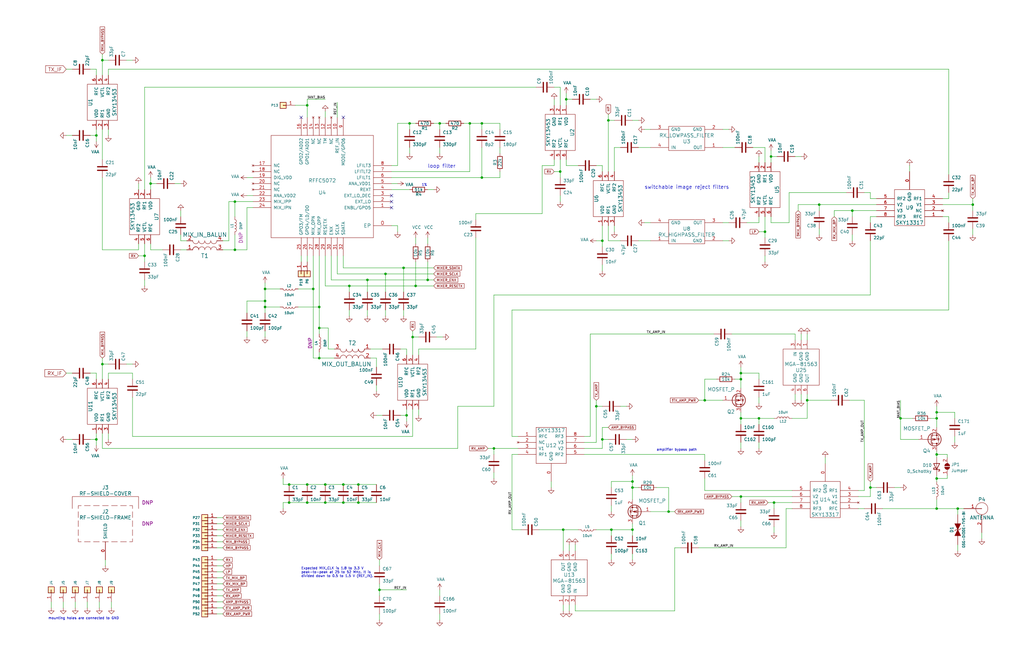
<source format=kicad_sch>
(kicad_sch (version 20211123) (generator eeschema)
  (paper "USLedger")
  (title_block (title "HackRF One") (date "2022-08-29") (rev "r9") (company "Copyright 2012-2022 Great Scott Gadgets") (comment 1 "Michael Ossmann") (comment 2 "Licensed under the CERN-OHL-P v2"))
  (junction (at 111.76 121.92))
  (junction (at 394.97 214.63))
  (junction (at 203.2 74.93))
  (junction (at 254 101.6))
  (junction (at 137.16 212.09))
  (junction (at 403.86 214.63))
  (junction (at 40.64 57.15))
  (junction (at 99.06 105.41))
  (junction (at 394.97 176.53))
  (junction (at 281.94 215.9))
  (junction (at 312.42 157.48))
  (junction (at 121.92 204.47))
  (junction (at 326.39 212.09))
  (junction (at 151.13 204.47))
  (junction (at 254 185.42))
  (junction (at 160.02 248.92))
  (junction (at 129.54 44.45))
  (junction (at 111.76 129.54))
  (junction (at 151.13 212.09))
  (junction (at 394.97 191.77))
  (junction (at 379.73 176.53))
  (junction (at 340.36 168.91))
  (junction (at 171.45 175.26))
  (junction (at 60.96 107.95))
  (junction (at 312.42 209.55))
  (junction (at 238.76 41.91))
  (junction (at 154.94 118.11))
  (junction (at 237.49 223.52))
  (junction (at 320.04 176.53))
  (junction (at 134.62 138.43))
  (junction (at 129.54 212.09))
  (junction (at 266.7 205.74))
  (junction (at 144.78 204.47))
  (junction (at 367.03 205.74))
  (junction (at 162.56 115.57))
  (junction (at 63.5 77.47))
  (junction (at 137.16 204.47))
  (junction (at 394.97 201.93))
  (junction (at 297.18 168.91))
  (junction (at 256.54 50.8))
  (junction (at 208.28 189.23))
  (junction (at 359.41 88.9))
  (junction (at 147.32 120.65))
  (junction (at 394.97 173.99))
  (junction (at 345.44 86.36))
  (junction (at 144.78 212.09))
  (junction (at 312.42 160.02))
  (junction (at 134.62 129.54))
  (junction (at 180.34 118.11))
  (junction (at 198.12 52.07))
  (junction (at 172.72 52.07))
  (junction (at 257.81 223.52))
  (junction (at 121.92 212.09))
  (junction (at 170.18 113.03))
  (junction (at 111.76 127))
  (junction (at 43.18 153.67))
  (junction (at 175.26 120.65))
  (junction (at 40.64 185.42))
  (junction (at 266.7 223.52))
  (junction (at 236.22 72.39))
  (junction (at 185.42 52.07))
  (junction (at 173.99 142.24))
  (junction (at 132.08 121.92))
  (junction (at 325.12 66.04))
  (junction (at 99.06 85.09))
  (junction (at 134.62 151.13))
  (junction (at 322.58 97.79))
  (junction (at 43.18 25.4))
  (junction (at 129.54 204.47))
  (junction (at 251.46 171.45))
  (junction (at 203.2 52.07))
  (junction (at 266.7 203.2))
  (junction (at 312.42 176.53))
  (junction (at 410.21 86.36))
  (no_connect (at 165.1 82.55))
  (no_connect (at 165.1 85.09))
  (no_connect (at 165.1 87.63))
  (no_connect (at 127 49.53))
  (no_connect (at 144.78 49.53))
  (wire (pts (xy 186.69 142.24) (xy 184.15 142.24)))
  (wire (pts (xy 129.54 204.47) (xy 137.16 204.47)))
  (wire (pts (xy 400.05 101.6) (xy 400.05 130.81)))
  (wire (pts (xy 139.7 118.11) (xy 154.94 118.11)))
  (wire (pts (xy 55.88 153.67) (xy 53.34 153.67)))
  (wire (pts (xy 173.99 142.24) (xy 173.99 149.86)))
  (wire (pts (xy 304.8 93.98) (xy 307.34 93.98)))
  (wire (pts (xy 27.94 57.15) (xy 30.48 57.15)))
  (wire (pts (xy 269.24 101.6) (xy 274.32 101.6)))
  (wire (pts (xy 383.54 69.85) (xy 383.54 72.39)))
  (wire (pts (xy 46.99 254) (xy 46.99 256.54)))
  (wire (pts (xy 312.42 212.09) (xy 312.42 209.55)))
  (wire (pts (xy 185.42 248.92) (xy 185.42 251.46)))
  (wire (pts (xy 394.97 173.99) (xy 394.97 176.53)))
  (wire (pts (xy 156.21 147.32) (xy 161.29 147.32)))
  (wire (pts (xy 331.47 214.63) (xy 334.01 214.63)))
  (wire (pts (xy 414.02 224.79) (xy 414.02 227.33)))
  (wire (pts (xy 367.03 91.44) (xy 369.57 91.44)))
  (wire (pts (xy 297.18 207.01) (xy 297.18 201.93)))
  (wire (pts (xy 111.76 121.92) (xy 111.76 127)))
  (wire (pts (xy 147.32 123.19) (xy 147.32 120.65)))
  (wire (pts (xy 312.42 176.53) (xy 320.04 176.53)))
  (wire (pts (xy 193.04 171.45) (xy 193.04 189.23)))
  (wire (pts (xy 91.44 231.14) (xy 93.98 231.14)))
  (wire (pts (xy 106.68 74.93) (xy 104.14 74.93)))
  (wire (pts (xy 400.05 130.81) (xy 215.9 130.81)))
  (wire (pts (xy 312.42 209.55) (xy 334.01 209.55)))
  (wire (pts (xy 322.58 68.58) (xy 322.58 62.23)))
  (wire (pts (xy 297.18 194.31) (xy 297.18 191.77)))
  (wire (pts (xy 147.32 133.35) (xy 147.32 130.81)))
  (wire (pts (xy 254 114.3) (xy 254 111.76)))
  (wire (pts (xy 124.46 44.45) (xy 129.54 44.45)))
  (wire (pts (xy 237.49 223.52) (xy 243.84 223.52)))
  (wire (pts (xy 96.52 101.6) (xy 96.52 85.09)))
  (wire (pts (xy 60.96 107.95) (xy 60.96 110.49)))
  (wire (pts (xy 91.44 228.6) (xy 93.98 228.6)))
  (wire (pts (xy 261.62 101.6) (xy 256.54 101.6)))
  (wire (pts (xy 410.21 86.36) (xy 410.21 88.9)))
  (wire (pts (xy 154.94 133.35) (xy 154.94 130.81)))
  (wire (pts (xy 45.72 31.75) (xy 45.72 29.21)))
  (wire (pts (xy 185.42 54.61) (xy 185.42 52.07)))
  (wire (pts (xy 45.72 160.02) (xy 45.72 157.48)))
  (wire (pts (xy 121.92 212.09) (xy 129.54 212.09)))
  (wire (pts (xy 251.46 168.91) (xy 251.46 171.45)))
  (wire (pts (xy 257.81 203.2) (xy 257.81 205.74)))
  (wire (pts (xy 91.44 238.76) (xy 93.98 238.76)))
  (wire (pts (xy 176.53 149.86) (xy 176.53 147.32)))
  (wire (pts (xy 137.16 120.65) (xy 147.32 120.65)))
  (wire (pts (xy 326.39 212.09) (xy 334.01 212.09)))
  (wire (pts (xy 281.94 215.9) (xy 281.94 205.74)))
  (wire (pts (xy 312.42 160.02) (xy 309.88 160.02)))
  (wire (pts (xy 320.04 97.79) (xy 322.58 97.79)))
  (wire (pts (xy 176.53 147.32) (xy 200.66 147.32)))
  (wire (pts (xy 402.59 173.99) (xy 394.97 173.99)))
  (wire (pts (xy 175.26 100.33) (xy 175.26 102.87)))
  (wire (pts (xy 304.8 54.61) (xy 307.34 54.61)))
  (wire (pts (xy 331.47 231.14) (xy 331.47 214.63)))
  (wire (pts (xy 162.56 115.57) (xy 182.88 115.57)))
  (wire (pts (xy 172.72 64.77) (xy 172.72 62.23)))
  (wire (pts (xy 60.96 102.87) (xy 60.96 107.95)))
  (wire (pts (xy 158.75 175.26) (xy 161.29 175.26)))
  (wire (pts (xy 294.64 231.14) (xy 331.47 231.14)))
  (wire (pts (xy 104.14 127) (xy 104.14 132.08)))
  (wire (pts (xy 137.16 120.65) (xy 137.16 107.95)))
  (wire (pts (xy 359.41 101.6) (xy 359.41 99.06)))
  (wire (pts (xy 312.42 160.02) (xy 312.42 163.83)))
  (wire (pts (xy 340.36 176.53) (xy 334.01 176.53)))
  (wire (pts (xy 257.81 223.52) (xy 266.7 223.52)))
  (wire (pts (xy 334.01 207.01) (xy 297.18 207.01)))
  (wire (pts (xy 215.9 223.52) (xy 219.71 223.52)))
  (wire (pts (xy 144.78 212.09) (xy 151.13 212.09)))
  (wire (pts (xy 63.5 105.41) (xy 68.58 105.41)))
  (wire (pts (xy 297.18 160.02) (xy 297.18 168.91)))
  (wire (pts (xy 403.86 214.63) (xy 403.86 217.17)))
  (wire (pts (xy 173.99 184.15) (xy 55.88 184.15)))
  (wire (pts (xy 91.44 254) (xy 93.98 254)))
  (wire (pts (xy 171.45 175.26) (xy 171.45 177.8)))
  (wire (pts (xy 312.42 173.99) (xy 312.42 176.53)))
  (wire (pts (xy 93.98 101.6) (xy 96.52 101.6)))
  (wire (pts (xy 138.43 138.43) (xy 134.62 138.43)))
  (wire (pts (xy 119.38 204.47) (xy 121.92 204.47)))
  (wire (pts (xy 91.44 246.38) (xy 93.98 246.38)))
  (wire (pts (xy 337.82 143.51) (xy 337.82 140.97)))
  (wire (pts (xy 251.46 223.52) (xy 257.81 223.52)))
  (wire (pts (xy 243.84 69.85) (xy 238.76 69.85)))
  (wire (pts (xy 63.5 74.93) (xy 63.5 77.47)))
  (wire (pts (xy 91.44 248.92) (xy 93.98 248.92)))
  (wire (pts (xy 55.88 25.4) (xy 53.34 25.4)))
  (wire (pts (xy 40.64 31.75) (xy 40.64 29.21)))
  (wire (pts (xy 257.81 215.9) (xy 257.81 213.36)))
  (wire (pts (xy 208.28 189.23) (xy 218.44 189.23)))
  (wire (pts (xy 45.72 25.4) (xy 43.18 25.4)))
  (wire (pts (xy 400.05 81.28) (xy 400.05 83.82)))
  (wire (pts (xy 58.42 107.95) (xy 60.96 107.95)))
  (wire (pts (xy 104.14 82.55) (xy 106.68 82.55)))
  (wire (pts (xy 160.02 238.76) (xy 160.02 236.22)))
  (wire (pts (xy 394.97 191.77) (xy 394.97 193.04)))
  (wire (pts (xy 364.49 207.01) (xy 361.95 207.01)))
  (wire (pts (xy 254 69.85) (xy 254 72.39)))
  (wire (pts (xy 142.24 115.57) (xy 162.56 115.57)))
  (wire (pts (xy 198.12 52.07) (xy 203.2 52.07)))
  (wire (pts (xy 162.56 133.35) (xy 162.56 130.81)))
  (wire (pts (xy 254 189.23) (xy 246.38 189.23)))
  (wire (pts (xy 40.64 57.15) (xy 40.64 59.69)))
  (wire (pts (xy 132.08 107.95) (xy 132.08 121.92)))
  (wire (pts (xy 40.64 29.21) (xy 38.1 29.21)))
  (wire (pts (xy 335.28 140.97) (xy 308.61 140.97)))
  (wire (pts (xy 394.97 200.66) (xy 394.97 201.93)))
  (wire (pts (xy 60.96 80.01) (xy 60.96 36.83)))
  (wire (pts (xy 144.78 204.47) (xy 151.13 204.47)))
  (wire (pts (xy 91.44 241.3) (xy 93.98 241.3)))
  (wire (pts (xy 167.64 52.07) (xy 172.72 52.07)))
  (wire (pts (xy 307.34 101.6) (xy 304.8 101.6)))
  (wire (pts (xy 55.88 184.15) (xy 55.88 167.64)))
  (wire (pts (xy 137.16 204.47) (xy 144.78 204.47)))
  (wire (pts (xy 134.62 138.43) (xy 134.62 140.97)))
  (wire (pts (xy 21.59 254) (xy 21.59 256.54)))
  (wire (pts (xy 173.99 139.7) (xy 173.99 142.24)))
  (wire (pts (xy 195.58 52.07) (xy 198.12 52.07)))
  (wire (pts (xy 325.12 63.5) (xy 325.12 66.04)))
  (wire (pts (xy 144.78 113.03) (xy 170.18 113.03)))
  (wire (pts (xy 274.32 62.23) (xy 269.24 62.23)))
  (wire (pts (xy 125.73 121.92) (xy 132.08 121.92)))
  (wire (pts (xy 364.49 81.28) (xy 367.03 81.28)))
  (wire (pts (xy 129.54 44.45) (xy 129.54 49.53)))
  (wire (pts (xy 147.32 120.65) (xy 175.26 120.65)))
  (wire (pts (xy 345.44 86.36) (xy 369.57 86.36)))
  (wire (pts (xy 31.75 254) (xy 31.75 256.54)))
  (wire (pts (xy 91.44 243.84) (xy 93.98 243.84)))
  (wire (pts (xy 167.64 95.25) (xy 167.64 97.79)))
  (wire (pts (xy 203.2 52.07) (xy 210.82 52.07)))
  (wire (pts (xy 284.48 257.81) (xy 242.57 257.81)))
  (wire (pts (xy 91.44 259.08) (xy 93.98 259.08)))
  (wire (pts (xy 180.34 118.11) (xy 180.34 110.49)))
  (wire (pts (xy 351.79 91.44) (xy 351.79 88.9)))
  (wire (pts (xy 210.82 64.77) (xy 210.82 62.23)))
  (wire (pts (xy 246.38 184.15) (xy 248.92 184.15)))
  (wire (pts (xy 111.76 121.92) (xy 118.11 121.92)))
  (wire (pts (xy 99.06 85.09) (xy 106.68 85.09)))
  (wire (pts (xy 132.08 121.92) (xy 132.08 151.13)))
  (wire (pts (xy 379.73 176.53) (xy 379.73 185.42)))
  (wire (pts (xy 322.58 110.49) (xy 322.58 107.95)))
  (wire (pts (xy 111.76 127) (xy 111.76 129.54)))
  (wire (pts (xy 134.62 107.95) (xy 134.62 129.54)))
  (wire (pts (xy 205.74 189.23) (xy 208.28 189.23)))
  (wire (pts (xy 326.39 214.63) (xy 326.39 212.09)))
  (wire (pts (xy 326.39 224.79) (xy 326.39 222.25)))
  (wire (pts (xy 104.14 87.63) (xy 104.14 105.41)))
  (wire (pts (xy 91.44 256.54) (xy 93.98 256.54)))
  (wire (pts (xy 158.75 154.94) (xy 158.75 151.13)))
  (wire (pts (xy 266.7 223.52) (xy 266.7 226.06)))
  (wire (pts (xy 257.81 226.06) (xy 257.81 223.52)))
  (wire (pts (xy 254 101.6) (xy 254 104.14)))
  (wire (pts (xy 233.68 72.39) (xy 236.22 72.39)))
  (wire (pts (xy 254 180.34) (xy 254 185.42)))
  (wire (pts (xy 320.04 160.02) (xy 320.04 157.48)))
  (wire (pts (xy 193.04 189.23) (xy 43.18 189.23)))
  (wire (pts (xy 248.92 140.97) (xy 248.92 184.15)))
  (wire (pts (xy 160.02 248.92) (xy 160.02 251.46)))
  (wire (pts (xy 91.44 236.22) (xy 93.98 236.22)))
  (wire (pts (xy 119.38 204.47) (xy 119.38 201.93)))
  (wire (pts (xy 218.44 184.15) (xy 215.9 184.15)))
  (wire (pts (xy 63.5 102.87) (xy 63.5 105.41)))
  (wire (pts (xy 294.64 168.91) (xy 297.18 168.91)))
  (wire (pts (xy 237.49 232.41) (xy 237.49 223.52)))
  (wire (pts (xy 320.04 176.53) (xy 326.39 176.53)))
  (wire (pts (xy 402.59 186.69) (xy 402.59 184.15)))
  (wire (pts (xy 44.45 236.22) (xy 44.45 238.76)))
  (wire (pts (xy 172.72 80.01) (xy 165.1 80.01)))
  (wire (pts (xy 121.92 204.47) (xy 129.54 204.47)))
  (wire (pts (xy 118.11 129.54) (xy 111.76 129.54)))
  (wire (pts (xy 400.05 29.21) (xy 400.05 73.66)))
  (wire (pts (xy 314.96 93.98) (xy 320.04 93.98)))
  (wire (pts (xy 91.44 220.98) (xy 93.98 220.98)))
  (wire (pts (xy 76.2 77.47) (xy 73.66 77.47)))
  (wire (pts (xy 185.42 259.08) (xy 185.42 261.62)))
  (wire (pts (xy 284.48 257.81) (xy 284.48 231.14)))
  (wire (pts (xy 367.03 203.2) (xy 367.03 205.74)))
  (wire (pts (xy 27.94 29.21) (xy 30.48 29.21)))
  (wire (pts (xy 397.51 91.44) (xy 400.05 91.44)))
  (wire (pts (xy 208.28 171.45) (xy 208.28 124.46)))
  (wire (pts (xy 320.04 189.23) (xy 320.04 186.69)))
  (wire (pts (xy 160.02 246.38) (xy 160.02 248.92)))
  (wire (pts (xy 335.28 143.51) (xy 335.28 140.97)))
  (wire (pts (xy 175.26 120.65) (xy 175.26 110.49)))
  (wire (pts (xy 55.88 157.48) (xy 55.88 160.02)))
  (wire (pts (xy 111.76 129.54) (xy 111.76 132.08)))
  (wire (pts (xy 58.42 105.41) (xy 43.18 105.41)))
  (wire (pts (xy 43.18 151.13) (xy 43.18 153.67)))
  (wire (pts (xy 227.33 223.52) (xy 237.49 223.52)))
  (wire (pts (xy 27.94 157.48) (xy 30.48 157.48)))
  (wire (pts (xy 256.54 185.42) (xy 254 185.42)))
  (wire (pts (xy 111.76 119.38) (xy 111.76 121.92)))
  (wire (pts (xy 237.49 257.81) (xy 237.49 255.27)))
  (wire (pts (xy 251.46 69.85) (xy 254 69.85)))
  (wire (pts (xy 137.16 46.99) (xy 137.16 49.53)))
  (wire (pts (xy 26.67 254) (xy 26.67 256.54)))
  (wire (pts (xy 170.18 133.35) (xy 170.18 130.81)))
  (wire (pts (xy 320.04 66.04) (xy 320.04 68.58)))
  (wire (pts (xy 251.46 186.69) (xy 246.38 186.69)))
  (wire (pts (xy 312.42 157.48) (xy 312.42 160.02)))
  (wire (pts (xy 99.06 91.44) (xy 99.06 85.09)))
  (wire (pts (xy 240.03 229.87) (xy 240.03 232.41)))
  (wire (pts (xy 165.1 72.39) (xy 198.12 72.39)))
  (wire (pts (xy 367.03 83.82) (xy 369.57 83.82)))
  (wire (pts (xy 345.44 99.06) (xy 345.44 96.52)))
  (wire (pts (xy 400.05 91.44) (xy 400.05 93.98)))
  (wire (pts (xy 351.79 88.9) (xy 359.41 88.9)))
  (wire (pts (xy 266.7 236.22) (xy 266.7 233.68)))
  (wire (pts (xy 91.44 223.52) (xy 93.98 223.52)))
  (wire (pts (xy 332.74 81.28) (xy 356.87 81.28)))
  (wire (pts (xy 125.73 129.54) (xy 134.62 129.54)))
  (wire (pts (xy 63.5 77.47) (xy 63.5 80.01)))
  (wire (pts (xy 358.14 168.91) (xy 364.49 168.91)))
  (wire (pts (xy 200.66 147.32) (xy 200.66 100.33)))
  (wire (pts (xy 266.7 220.98) (xy 266.7 223.52)))
  (wire (pts (xy 167.64 77.47) (xy 165.1 77.47)))
  (wire (pts (xy 208.28 191.77) (xy 208.28 189.23)))
  (wire (pts (xy 359.41 88.9) (xy 369.57 88.9)))
  (wire (pts (xy 240.03 257.81) (xy 240.03 255.27)))
  (wire (pts (xy 369.57 205.74) (xy 367.03 205.74)))
  (wire (pts (xy 154.94 123.19) (xy 154.94 118.11)))
  (wire (pts (xy 266.7 205.74) (xy 266.7 210.82)))
  (wire (pts (xy 176.53 175.26) (xy 176.53 172.72)))
  (wire (pts (xy 40.64 182.88) (xy 40.64 185.42)))
  (wire (pts (xy 168.91 175.26) (xy 171.45 175.26)))
  (wire (pts (xy 160.02 248.92) (xy 171.45 248.92)))
  (wire (pts (xy 403.86 214.63) (xy 406.4 214.63)))
  (wire (pts (xy 165.1 74.93) (xy 203.2 74.93)))
  (wire (pts (xy 312.42 176.53) (xy 312.42 179.07)))
  (wire (pts (xy 264.16 171.45) (xy 261.62 171.45)))
  (wire (pts (xy 312.42 189.23) (xy 312.42 186.69)))
  (wire (pts (xy 236.22 44.45) (xy 236.22 36.83)))
  (wire (pts (xy 335.28 166.37) (xy 335.28 168.91)))
  (wire (pts (xy 38.1 57.15) (xy 40.64 57.15)))
  (wire (pts (xy 394.97 191.77) (xy 399.415 191.77)))
  (wire (pts (xy 171.45 147.32) (xy 171.45 149.86)))
  (wire (pts (xy 104.14 142.24) (xy 104.14 139.7)))
  (wire (pts (xy 259.08 50.8) (xy 256.54 50.8)))
  (wire (pts (xy 36.83 254) (xy 36.83 256.54)))
  (wire (pts (xy 43.18 25.4) (xy 43.18 31.75)))
  (wire (pts (xy 45.72 182.88) (xy 45.72 185.42)))
  (wire (pts (xy 43.18 189.23) (xy 43.18 182.88)))
  (wire (pts (xy 228.6 90.17) (xy 228.6 69.85)))
  (wire (pts (xy 76.2 105.41) (xy 78.74 105.41)))
  (wire (pts (xy 266.7 203.2) (xy 266.7 205.74)))
  (wire (pts (xy 170.18 123.19) (xy 170.18 113.03)))
  (wire (pts (xy 165.1 95.25) (xy 167.64 95.25)))
  (wire (pts (xy 402.59 176.53) (xy 402.59 173.99)))
  (wire (pts (xy 320.04 170.18) (xy 320.04 167.64)))
  (wire (pts (xy 394.97 171.45) (xy 394.97 173.99)))
  (wire (pts (xy 410.21 83.82) (xy 410.21 86.36)))
  (wire (pts (xy 119.38 212.09) (xy 121.92 212.09)))
  (wire (pts (xy 397.51 86.36) (xy 410.21 86.36)))
  (wire (pts (xy 367.03 124.46) (xy 367.03 101.6)))
  (wire (pts (xy 361.95 214.63) (xy 364.49 214.63)))
  (wire (pts (xy 119.38 212.09) (xy 119.38 214.63)))
  (wire (pts (xy 139.7 118.11) (xy 139.7 107.95)))
  (wire (pts (xy 236.22 67.31) (xy 236.22 72.39)))
  (wire (pts (xy 367.03 81.28) (xy 367.03 83.82)))
  (wire (pts (xy 91.44 226.06) (xy 93.98 226.06)))
  (wire (pts (xy 320.04 93.98) (xy 320.04 91.44)))
  (wire (pts (xy 336.55 88.9) (xy 336.55 86.36)))
  (wire (pts (xy 203.2 52.07) (xy 203.2 54.61)))
  (wire (pts (xy 281.94 215.9) (xy 284.48 215.9)))
  (wire (pts (xy 312.42 222.25) (xy 312.42 219.71)))
  (wire (pts (xy 350.52 168.91) (xy 340.36 168.91)))
  (wire (pts (xy 266.7 185.42) (xy 264.16 185.42)))
  (wire (pts (xy 228.6 69.85) (xy 233.68 69.85)))
  (wire (pts (xy 60.96 120.65) (xy 60.96 118.11)))
  (wire (pts (xy 91.44 251.46) (xy 93.98 251.46)))
  (wire (pts (xy 198.12 72.39) (xy 198.12 52.07)))
  (wire (pts (xy 345.44 88.9) (xy 345.44 86.36)))
  (wire (pts (xy 236.22 72.39) (xy 236.22 74.93)))
  (wire (pts (xy 236.22 85.09) (xy 236.22 82.55)))
  (wire (pts (xy 359.41 91.44) (xy 359.41 88.9)))
  (wire (pts (xy 332.74 93.98) (xy 325.12 93.98)))
  (wire (pts (xy 297.18 191.77) (xy 246.38 191.77)))
  (wire (pts (xy 154.94 118.11) (xy 180.34 118.11)))
  (wire (pts (xy 41.91 254) (xy 41.91 256.54)))
  (wire (pts (xy 200.66 90.17) (xy 228.6 90.17)))
  (wire (pts (xy 78.74 101.6) (xy 76.2 101.6)))
  (wire (pts (xy 367.03 209.55) (xy 361.95 209.55)))
  (wire (pts (xy 394.97 176.53) (xy 392.43 176.53)))
  (wire (pts (xy 200.66 92.71) (xy 200.66 90.17)))
  (wire (pts (xy 367.03 93.98) (xy 367.03 91.44)))
  (wire (pts (xy 176.53 142.24) (xy 173.99 142.24)))
  (wire (pts (xy 379.73 185.42) (xy 387.35 185.42)))
  (wire (pts (xy 233.68 69.85) (xy 233.68 67.31)))
  (wire (pts (xy 60.96 36.83) (xy 226.06 36.83)))
  (wire (pts (xy 322.58 97.79) (xy 322.58 100.33)))
  (wire (pts (xy 215.9 130.81) (xy 215.9 184.15)))
  (wire (pts (xy 281.94 205.74) (xy 276.86 205.74)))
  (wire (pts (xy 129.54 41.91) (xy 137.16 41.91)))
  (wire (pts (xy 134.62 148.59) (xy 134.62 151.13)))
  (wire (pts (xy 340.36 166.37) (xy 340.36 168.91)))
  (wire (pts (xy 322.58 62.23) (xy 317.5 62.23)))
  (wire (pts (xy 302.26 160.02) (xy 297.18 160.02)))
  (wire (pts (xy 134.62 129.54) (xy 134.62 138.43)))
  (wire (pts (xy 43.18 67.31) (xy 43.18 54.61)))
  (wire (pts (xy 172.72 52.07) (xy 175.26 52.07)))
  (wire (pts (xy 266.7 200.66) (xy 266.7 203.2)))
  (wire (pts (xy 297.18 168.91) (xy 304.8 168.91)))
  (wire (pts (xy 394.97 190.5) (xy 394.97 191.77)))
  (wire (pts (xy 58.42 77.47) (xy 58.42 80.01)))
  (wire (pts (xy 242.57 257.81) (xy 242.57 255.27)))
  (wire (pts (xy 170.18 113.03) (xy 182.88 113.03)))
  (wire (pts (xy 185.42 64.77) (xy 185.42 62.23)))
  (wire (pts (xy 323.85 212.09) (xy 326.39 212.09)))
  (wire (pts (xy 38.1 185.42) (xy 40.64 185.42)))
  (wire (pts (xy 182.88 52.07) (xy 185.42 52.07)))
  (wire (pts (xy 269.24 50.8) (xy 266.7 50.8)))
  (wire (pts (xy 308.61 209.55) (xy 312.42 209.55)))
  (wire (pts (xy 66.04 77.47) (xy 63.5 77.47)))
  (wire (pts (xy 394.97 214.63) (xy 403.86 214.63)))
  (wire (pts (xy 185.42 52.07) (xy 187.96 52.07)))
  (wire (pts (xy 208.28 201.93) (xy 208.28 199.39)))
  (wire (pts (xy 394.97 176.53) (xy 394.97 180.34)))
  (wire (pts (xy 218.44 191.77) (xy 215.9 191.77)))
  (wire (pts (xy 40.64 185.42) (xy 40.64 187.96)))
  (wire (pts (xy 175.26 120.65) (xy 182.88 120.65)))
  (wire (pts (xy 208.28 124.46) (xy 367.03 124.46)))
  (wire (pts (xy 162.56 123.19) (xy 162.56 115.57)))
  (wire (pts (xy 320.04 179.07) (xy 320.04 176.53)))
  (wire (pts (xy 127 107.95) (xy 127 110.49)))
  (wire (pts (xy 38.1 157.48) (xy 40.64 157.48)))
  (wire (pts (xy 340.36 168.91) (xy 340.36 176.53)))
  (wire (pts (xy 138.43 147.32) (xy 140.97 147.32)))
  (wire (pts (xy 364.49 168.91) (xy 364.49 207.01)))
  (wire (pts (xy 76.2 101.6) (xy 76.2 99.06)))
  (wire (pts (xy 106.68 87.63) (xy 104.14 87.63)))
  (wire (pts (xy 379.73 168.91) (xy 379.73 176.53)))
  (wire (pts (xy 312.42 154.94) (xy 312.42 157.48)))
  (wire (pts (xy 399.415 201.93) (xy 399.415 200.66)))
  (wire (pts (xy 129.54 110.49) (xy 129.54 107.95)))
  (wire (pts (xy 394.97 201.93) (xy 394.97 203.2)))
  (wire (pts (xy 137.16 212.09) (xy 144.78 212.09)))
  (wire (pts (xy 91.44 218.44) (xy 93.98 218.44)))
  (wire (pts (xy 256.54 50.8) (xy 256.54 72.39)))
  (wire (pts (xy 271.78 54.61) (xy 274.32 54.61)))
  (wire (pts (xy 215.9 191.77) (xy 215.9 223.52)))
  (wire (pts (xy 134.62 151.13) (xy 140.97 151.13)))
  (wire (pts (xy 43.18 22.86) (xy 43.18 25.4)))
  (wire (pts (xy 27.94 185.42) (xy 30.48 185.42)))
  (wire (pts (xy 337.82 66.04) (xy 335.28 66.04)))
  (wire (pts (xy 274.32 215.9) (xy 281.94 215.9)))
  (wire (pts (xy 203.2 74.93) (xy 210.82 74.93)))
  (wire (pts (xy 320.04 157.48) (xy 312.42 157.48)))
  (wire (pts (xy 76.2 88.9) (xy 76.2 91.44)))
  (wire (pts (xy 251.46 171.45) (xy 251.46 186.69)))
  (wire (pts (xy 259.08 97.79) (xy 259.08 95.25)))
  (wire (pts (xy 43.18 74.93) (xy 43.18 105.41)))
  (wire (pts (xy 325.12 66.04) (xy 325.12 68.58)))
  (wire (pts (xy 142.24 43.18) (xy 142.24 49.53)))
  (wire (pts (xy 158.75 165.1) (xy 158.75 162.56)))
  (wire (pts (xy 236.22 36.83) (xy 233.68 36.83)))
  (wire (pts (xy 394.97 210.82) (xy 394.97 214.63)))
  (wire (pts (xy 180.34 118.11) (xy 182.88 118.11)))
  (wire (pts (xy 394.97 201.93) (xy 399.415 201.93)))
  (wire (pts (xy 340.36 140.97) (xy 340.36 143.51)))
  (wire (pts (xy 384.81 176.53) (xy 379.73 176.53)))
  (wire (pts (xy 337.82 168.91) (xy 337.82 166.37)))
  (wire (pts (xy 158.75 151.13) (xy 156.21 151.13)))
  (wire (pts (xy 327.66 66.04) (xy 325.12 66.04)))
  (wire (pts (xy 332.74 93.98) (xy 332.74 81.28)))
  (wire (pts (xy 129.54 41.91) (xy 129.54 44.45)))
  (wire (pts (xy 271.78 93.98) (xy 274.32 93.98)))
  (wire (pts (xy 111.76 142.24) (xy 111.76 139.7)))
  (wire (pts (xy 167.64 69.85) (xy 167.64 52.07)))
  (wire (pts (xy 254 95.25) (xy 254 101.6)))
  (wire (pts (xy 45.72 157.48) (xy 55.88 157.48)))
  (wire (pts (xy 142.24 115.57) (xy 142.24 107.95)))
  (wire (pts (xy 251.46 41.91) (xy 248.92 41.91)))
  (wire (pts (xy 182.88 80.01) (xy 180.34 80.01)))
  (wire (pts (xy 132.08 151.13) (xy 134.62 151.13)))
  (wire (pts (xy 400.05 83.82) (xy 397.51 83.82)))
  (wire (pts (xy 171.45 172.72) (xy 171.45 175.26)))
  (wire (pts (xy 58.42 102.87) (xy 58.42 105.41)))
  (wire (pts (xy 367.03 205.74) (xy 367.03 209.55)))
  (wire (pts (xy 45.72 153.67) (xy 43.18 153.67)))
  (wire (pts (xy 257.81 203.2) (xy 266.7 203.2)))
  (wire (pts (xy 322.58 91.44) (xy 322.58 97.79)))
  (wire (pts (xy 99.06 105.41) (xy 93.98 105.41)))
  (wire (pts (xy 233.68 41.91) (xy 233.68 44.45)))
  (wire (pts (xy 257.81 236.22) (xy 257.81 233.68)))
  (wire (pts (xy 238.76 41.91) (xy 238.76 44.45)))
  (wire (pts (xy 99.06 99.06) (xy 99.06 105.41)))
  (wire (pts (xy 261.62 62.23) (xy 259.08 62.23)))
  (wire (pts (xy 256.54 101.6) (xy 256.54 95.25)))
  (wire (pts (xy 251.46 101.6) (xy 254 101.6)))
  (wire (pts (xy 347.98 193.04) (xy 347.98 195.58)))
  (wire (pts (xy 172.72 54.61) (xy 172.72 52.07)))
  (wire (pts (xy 379.73 205.74) (xy 377.19 205.74)))
  (wire (pts (xy 40.64 157.48) (xy 40.64 160.02)))
  (wire (pts (xy 210.82 52.07) (xy 210.82 54.61)))
  (wire (pts (xy 168.91 147.32) (xy 171.45 147.32)))
  (wire (pts (xy 284.48 231.14) (xy 287.02 231.14)))
  (wire (pts (xy 173.99 172.72) (xy 173.99 184.15)))
  (wire (pts (xy 259.08 62.23) (xy 259.08 72.39)))
  (wire (pts (xy 144.78 113.03) (xy 144.78 107.95)))
  (wire (pts (xy 403.86 232.41) (xy 403.86 229.87)))
  (wire (pts (xy 203.2 62.23) (xy 203.2 74.93)))
  (wire (pts (xy 45.72 29.21) (xy 400.05 29.21)))
  (wire (pts (xy 372.11 214.63) (xy 394.97 214.63)))
  (wire (pts (xy 300.99 140.97) (xy 248.92 140.97)))
  (wire (pts (xy 254 171.45) (xy 251.46 171.45)))
  (wire (pts (xy 208.28 171.45) (xy 193.04 171.45)))
  (wire (pts (xy 151.13 212.09) (xy 158.75 212.09)))
  (wire (pts (xy 325.12 93.98) (xy 325.12 91.44)))
  (wire (pts (xy 309.88 62.23) (xy 304.8 62.23)))
  (wire (pts (xy 242.57 229.87) (xy 242.57 232.41)))
  (wire (pts (xy 238.76 69.85) (xy 238.76 67.31)))
  (wire (pts (xy 151.13 204.47) (xy 158.75 204.47)))
  (wire (pts (xy 410.21 99.06) (xy 410.21 96.52)))
  (wire (pts (xy 266.7 205.74) (xy 269.24 205.74)))
  (wire (pts (xy 238.76 39.37) (xy 238.76 41.91)))
  (wire (pts (xy 256.54 180.34) (xy 254 180.34)))
  (wire (pts (xy 40.64 54.61) (xy 40.64 57.15)))
  (wire (pts (xy 43.18 153.67) (xy 43.18 160.02)))
  (wire (pts (xy 210.82 74.93) (xy 210.82 72.39)))
  (wire (pts (xy 45.72 57.15) (xy 45.72 54.61)))
  (wire (pts (xy 160.02 261.62) (xy 160.02 259.08)))
  (wire (pts (xy 336.55 86.36) (xy 345.44 86.36)))
  (wire (pts (xy 96.52 85.09) (xy 99.06 85.09)))
  (wire (pts (xy 165.1 69.85) (xy 167.64 69.85)))
  (wire (pts (xy 129.54 212.09) (xy 137.16 212.09)))
  (wire (pts (xy 138.43 147.32) (xy 138.43 138.43)))
  (wire (pts (xy 180.34 100.33) (xy 180.34 102.87)))
  (wire (pts (xy 254 185.42) (xy 254 189.23)))
  (wire (pts (xy 241.3 41.91) (xy 238.76 41.91)))
  (wire (pts (xy 104.14 105.41) (xy 99.06 105.41)))
  (wire (pts (xy 111.76 127) (xy 104.14 127)))
  (wire (pts (xy 256.54 48.26) (xy 256.54 50.8)))
  (wire (pts (xy 399.415 191.77) (xy 399.415 193.04)))
  (wire (pts (xy 232.41 205.74) (xy 232.41 203.2)))
  (text "mounting holes are connected to GND" (at 20.32 261.62 0) (effects (font (size 1.016 1.016)) (justify left bottom)))
  (text "Expected MIX_CLK is 1.8 to 3.3 V\npeak-to-peak at 25 to 52 MHz. It is\ndivided down to 0.5 to 1.5 V (REF_IN)." (at 127 243.84 0) (effects (font (size 1.016 1.016)) (justify left bottom)))
  (text "switchable image reject filters" (at 271.78 80.01 0) (effects (font (size 1.524 1.524)) (justify left bottom)))
  (text "1%" (at 177.8 78.74 0) (effects (font (size 1.016 1.016)) (justify left bottom)))
  (text "amplifier bypass path" (at 276.86 190.5 0) (effects (font (size 1.016 1.016)) (justify left bottom)))
  (text "loop filter" (at 180.34 71.12 0) (effects (font (size 1.524 1.524)) (justify left bottom)))
  (label "TX_AMP_OUT" (at 364.49 186.69 90) (effects (font (size 1.016 1.016))))
  (label "REF_IN" (at 171.45 248.92 180) (effects (font (size 1.016 1.016))))
  (label "!ANT_BIAS" (at 379.73 168.91 270) (effects (font (size 1.016 1.016))))
  (label "TX_AMP_IN" (at 280.67 140.97 180) (effects (font (size 1.016 1.016))))
  (label "!ANT_BIAS" (at 137.16 41.91 180) (effects (font (size 1.016 1.016))))
  (label "REF_IN" (at 142.24 43.18 270) (effects (font (size 1.016 1.016))))
  (label "RX_AMP_OUT" (at 215.9 217.17 90) (effects (font (size 1.016 1.016))))
  (label "RX_AMP_IN" (at 300.99 231.14 0) (effects (font (size 1.016 1.016))))
  (global_label "RX_AMP" (shape input) (at 93.98 251.46 0) (effects (font (size 1.016 1.016))) (property "Intersheet References" "${INTERSHEET_REFS}" (effects hide)))
  (global_label "TX_MIX_BP" (shape input) (at 93.98 243.84 0) (effects (font (size 1.016 1.016))) (property "Intersheet References" "${INTERSHEET_REFS}" (effects hide)))
  (global_label "!TX_AMP_PWR" (shape input) (at 294.64 168.91 180) (effects (font (size 1.016 1.016))) (property "Intersheet References" "${INTERSHEET_REFS}" (effects hide)))
  (global_label "AMP_BYPASS" (shape input) (at 93.98 254 0) (effects (font (size 1.016 1.016))) (property "Intersheet References" "${INTERSHEET_REFS}" (effects hide)))
  (global_label "RX" (shape input) (at 93.98 236.22 0) (effects (font (size 1.016 1.016))) (property "Intersheet References" "${INTERSHEET_REFS}" (effects hide)))
  (global_label "MIXER_SCLK" (shape input) (at 182.88 115.57 0) (effects (font (size 1.016 1.016))) (property "Intersheet References" "${INTERSHEET_REFS}" (effects hide)))
  (global_label "HP" (shape input) (at 93.98 238.76 0) (effects (font (size 1.016 1.016))) (property "Intersheet References" "${INTERSHEET_REFS}" (effects hide)))
  (global_label "RX" (shape input) (at 233.68 72.39 180) (effects (font (size 1.016 1.016))) (property "Intersheet References" "${INTERSHEET_REFS}" (effects hide)))
  (global_label "HP" (shape input) (at 256.54 48.26 90) (effects (font (size 1.016 1.016))) (property "Intersheet References" "${INTERSHEET_REFS}" (effects hide)))
  (global_label "RX_MIX_BP" (shape input) (at 351.79 91.44 270) (effects (font (size 1.016 1.016))) (property "Intersheet References" "${INTERSHEET_REFS}" (effects hide)))
  (global_label "LP" (shape input) (at 320.04 97.79 180) (effects (font (size 1.016 1.016))) (property "Intersheet References" "${INTERSHEET_REFS}" (effects hide)))
  (global_label "TX_IF" (shape input) (at 27.94 29.21 180) (effects (font (size 1.524 1.524))) (property "Intersheet References" "${INTERSHEET_REFS}" (effects hide)))
  (global_label "MIXER_RESETX" (shape input) (at 182.88 120.65 0) (effects (font (size 1.016 1.016))) (property "Intersheet References" "${INTERSHEET_REFS}" (effects hide)))
  (global_label "MIXER_SCLK" (shape input) (at 93.98 220.98 0) (effects (font (size 1.016 1.016))) (property "Intersheet References" "${INTERSHEET_REFS}" (effects hide)))
  (global_label "!MIX_BYPASS" (shape input) (at 336.55 88.9 270) (effects (font (size 1.016 1.016))) (property "Intersheet References" "${INTERSHEET_REFS}" (effects hide)))
  (global_label "AMP_BYPASS" (shape input) (at 256.54 180.34 0) (effects (font (size 1.016 1.016))) (property "Intersheet References" "${INTERSHEET_REFS}" (effects hide)))
  (global_label "MIX_BYPASS" (shape input) (at 93.98 228.6 0) (effects (font (size 1.016 1.016))) (property "Intersheet References" "${INTERSHEET_REFS}" (effects hide)))
  (global_label "RX_AMP" (shape input) (at 205.74 189.23 180) (effects (font (size 1.016 1.016))) (property "Intersheet References" "${INTERSHEET_REFS}" (effects hide)))
  (global_label "RX" (shape input) (at 58.42 107.95 180) (effects (font (size 1.016 1.016))) (property "Intersheet References" "${INTERSHEET_REFS}" (effects hide)))
  (global_label "!RX_AMP_PWR" (shape input) (at 93.98 259.08 0) (effects (font (size 1.016 1.016))) (property "Intersheet References" "${INTERSHEET_REFS}" (effects hide)))
  (global_label "!TX_AMP_PWR" (shape input) (at 93.98 256.54 0) (effects (font (size 1.016 1.016))) (property "Intersheet References" "${INTERSHEET_REFS}" (effects hide)))
  (global_label "MIX_CLK" (shape input) (at 160.02 236.22 90) (effects (font (size 1.016 1.016))) (property "Intersheet References" "${INTERSHEET_REFS}" (effects hide)))
  (global_label "RX_IF" (shape input) (at 27.94 157.48 180) (effects (font (size 1.524 1.524))) (property "Intersheet References" "${INTERSHEET_REFS}" (effects hide)))
  (global_label "TX_AMP" (shape input) (at 251.46 168.91 90) (effects (font (size 1.016 1.016))) (property "Intersheet References" "${INTERSHEET_REFS}" (effects hide)))
  (global_label "MIXER_ENX" (shape input) (at 93.98 223.52 0) (effects (font (size 1.016 1.016))) (property "Intersheet References" "${INTERSHEET_REFS}" (effects hide)))
  (global_label "MIXER_RESETX" (shape input) (at 93.98 226.06 0) (effects (font (size 1.016 1.016))) (property "Intersheet References" "${INTERSHEET_REFS}" (effects hide)))
  (global_label "LP" (shape input) (at 93.98 241.3 0) (effects (font (size 1.016 1.016))) (property "Intersheet References" "${INTERSHEET_REFS}" (effects hide)))
  (global_label "AMP_BYPASS" (shape input) (at 308.61 209.55 180) (effects (font (size 1.016 1.016))) (property "Intersheet References" "${INTERSHEET_REFS}" (effects hide)))
  (global_label "MIX_BYPASS" (shape input) (at 43.18 151.13 90) (effects (font (size 1.016 1.016))) (property "Intersheet References" "${INTERSHEET_REFS}" (effects hide)))
  (global_label "MIXER_SDATA" (shape input) (at 182.88 113.03 0) (effects (font (size 1.016 1.016))) (property "Intersheet References" "${INTERSHEET_REFS}" (effects hide)))
  (global_label "TX_AMP" (shape input) (at 93.98 248.92 0) (effects (font (size 1.016 1.016))) (property "Intersheet References" "${INTERSHEET_REFS}" (effects hide)))
  (global_label "MIXER_SDATA" (shape input) (at 93.98 218.44 0) (effects (font (size 1.016 1.016))) (property "Intersheet References" "${INTERSHEET_REFS}" (effects hide)))
  (global_label "TX_AMP" (shape input) (at 367.03 203.2 90) (effects (font (size 1.016 1.016))) (property "Intersheet References" "${INTERSHEET_REFS}" (effects hide)))
  (global_label "!MIX_BYPASS" (shape input) (at 43.18 22.86 90) (effects (font (size 1.016 1.016))) (property "Intersheet References" "${INTERSHEET_REFS}" (effects hide)))
  (global_label "!MIX_BYPASS" (shape input) (at 93.98 231.14 0) (effects (font (size 1.016 1.016))) (property "Intersheet References" "${INTERSHEET_REFS}" (effects hide)))
  (global_label "!RX_AMP_PWR" (shape input) (at 284.48 215.9 0) (effects (font (size 1.016 1.016))) (property "Intersheet References" "${INTERSHEET_REFS}" (effects hide)))
  (global_label "TX_MIX_BP" (shape input) (at 410.21 83.82 90) (effects (font (size 1.016 1.016))) (property "Intersheet References" "${INTERSHEET_REFS}" (effects hide)))
  (global_label "RX_MIX_BP" (shape input) (at 93.98 246.38 0) (effects (font (size 1.016 1.016))) (property "Intersheet References" "${INTERSHEET_REFS}" (effects hide)))
  (global_label "RX" (shape input) (at 173.99 139.7 90) (effects (font (size 1.016 1.016))) (property "Intersheet References" "${INTERSHEET_REFS}" (effects hide)))
  (global_label "MIXER_ENX" (shape input) (at 182.88 118.11 0) (effects (font (size 1.016 1.016))) (property "Intersheet References" "${INTERSHEET_REFS}" (effects hide)))
  (global_label "RX_AMP" (shape input) (at 323.85 212.09 180) (effects (font (size 1.016 1.016))) (property "Intersheet References" "${INTERSHEET_REFS}" (effects hide)))
  (symbol (lib_id "hackrf:GSG-RF-CONN") (at 414.02 214.63 0) (mirror y) (unit 1)
    (property "Reference" "P4" (at 414.02 210.82 0) (effects (font (size 1.524 1.524))))
    (property "Value" "ANTENNA" (at 414.02 218.44 0) (effects (font (size 1.524 1.524))))
    (property "Footprint" "hackrf:GSG-SMA-73251-2120" (effects hide))
    (property "Manufacturer" "Molex" (effects hide))
    (property "Part Number" "73251-2121" (effects hide))
    (property "Description" "CONN SMA JACK 50 OHM EDGE MNT W/JAM NUT & LOCK WASHER" (effects hide))
  )
  (symbol (lib_id "hackrf:FIL-DEA") (at 289.56 97.79 0) (unit 1)
    (property "Reference" "U8" (at 289.56 96.52 0) (effects (font (size 1.524 1.524))))
    (property "Value" "RX_HIGHPASS_FILTER" (at 289.56 99.06 0) (effects (font (size 1.524 1.524))))
    (property "Footprint" "hackrf:GSG-HP-DEA" (effects hide))
    (property "Manufacturer" "TDK" (effects hide))
    (property "Part Number" "DEA162400HT-8004B1" (effects hide))
    (property "Description" "FILTER HIGHPASS WLAN&BLUETOOTH" (effects hide))
  )
  (symbol (lib_id "hackrf:FIL-LP0603") (at 289.56 58.42 180) (unit 1)
    (property "Reference" "U3" (at 289.56 59.69 0) (effects (font (size 1.524 1.524))))
    (property "Value" "RX_LOWPASS_FILTER" (at 289.56 57.15 0) (effects (font (size 1.524 1.524))))
    (property "Footprint" "hackrf:GSG-LP0603" (effects hide))
    (property "Manufacturer" "AVX" (effects hide))
    (property "Part Number" "LP0603A1880ANTR" (effects hide))
    (property "Description" "FILTER LOW PASS 1880MHZ 0603 SMD" (effects hide))
  )
  (symbol (lib_id "power:GND") (at 158.75 165.1 0) (unit 1)
    (property "Reference" "#PWR079" (effects hide))
    (property "Value" "GND" (effects hide))
  )
  (symbol (lib_id "Device:C") (at 254 107.95 0) (unit 1)
    (property "Reference" "C30" (at 255.27 105.41 0) (effects (justify left)))
    (property "Value" "10nF" (at 255.27 110.49 0) (effects (justify left)))
    (property "Footprint" "hackrf:GSG-0402" (effects hide))
    (property "Manufacturer" "Murata" (effects hide))
    (property "Part Number" "GRM155R71C103KA01D" (effects hide))
    (property "Description" "CAP CER 10000PF 16V 10% X7R 0402" (effects hide))
  )
  (symbol (lib_id "power:GND") (at 254 114.3 0) (unit 1)
    (property "Reference" "#PWR077" (effects hide))
    (property "Value" "GND" (effects hide))
  )
  (symbol (lib_id "power:GND") (at 307.34 101.6 90) (unit 1)
    (property "Reference" "#PWR076" (effects hide))
    (property "Value" "GND" (effects hide))
  )
  (symbol (lib_id "power:GND") (at 307.34 54.61 90) (unit 1)
    (property "Reference" "#PWR075" (effects hide))
    (property "Value" "GND" (effects hide))
  )
  (symbol (lib_id "power:GND") (at 271.78 54.61 270) (unit 1)
    (property "Reference" "#PWR074" (effects hide))
    (property "Value" "GND" (effects hide))
  )
  (symbol (lib_id "power:GND") (at 271.78 93.98 270) (unit 1)
    (property "Reference" "#PWR073" (effects hide))
    (property "Value" "GND" (effects hide))
  )
  (symbol (lib_id "Device:C") (at 311.15 93.98 90) (unit 1)
    (property "Reference" "C26" (at 308.61 92.71 0) (effects (justify left)))
    (property "Value" "47pF" (at 313.69 92.71 0) (effects (justify left)))
    (property "Footprint" "hackrf:GSG-0402" (effects hide))
    (property "Manufacturer" "Murata" (effects hide))
    (property "Part Number" "GRM1555C1H470JA01D" (effects hide))
    (property "Description" "CAP CER 47PF 50V 5% NP0 0402" (effects hide))
  )
  (symbol (lib_id "power:GND") (at 414.02 227.33 0) (unit 1)
    (property "Reference" "#PWR072" (effects hide))
    (property "Value" "GND" (effects hide))
  )
  (symbol (lib_id "Device:C") (at 111.76 135.89 0) (unit 1)
    (property "Reference" "C42" (at 113.03 133.35 0) (effects (justify left)))
    (property "Value" "100pF" (at 113.03 138.43 0) (effects (justify left)))
    (property "Footprint" "hackrf:GSG-0402" (effects hide))
    (property "Manufacturer" "Murata" (effects hide))
    (property "Part Number" "GRM1555C1H101JA01D" (effects hide))
    (property "Description" "CAP CER 100PF 50V 5% NP0 0402" (effects hide))
  )
  (symbol (lib_id "power:GND") (at 111.76 142.24 0) (unit 1)
    (property "Reference" "#PWR071" (effects hide))
    (property "Value" "GND" (effects hide))
  )
  (symbol (lib_id "Device:C") (at 172.72 58.42 0) (unit 1)
    (property "Reference" "C12" (at 173.99 55.88 0) (effects (justify left)))
    (property "Value" "330pF" (at 173.99 60.96 0) (effects (justify left)))
    (property "Footprint" "hackrf:GSG-0402" (effects hide))
    (property "Manufacturer" "Murata" (effects hide))
    (property "Part Number" "GRM155R71H331KA01D" (effects hide))
    (property "Description" "CAP CER 330PF 50V 10% X7R 0402" (effects hide))
  )
  (symbol (lib_id "Device:R") (at 179.07 52.07 270) (unit 1)
    (property "Reference" "R1" (at 179.07 54.102 90))
    (property "Value" "470" (at 179.07 52.07 90))
    (property "Footprint" "hackrf:GSG-0402" (effects hide))
    (property "Manufacturer" "Stackpole" (effects hide))
    (property "Part Number" "RMCF0402JT470R" (effects hide))
    (property "Description" "RES TF 1/16W 470 OHM 5% 0402" (effects hide))
  )
  (symbol (lib_id "Device:C") (at 185.42 58.42 0) (unit 1)
    (property "Reference" "C13" (at 186.69 55.88 0) (effects (justify left)))
    (property "Value" "330pF" (at 186.69 60.96 0) (effects (justify left)))
    (property "Footprint" "hackrf:GSG-0402" (effects hide))
    (property "Manufacturer" "Murata" (effects hide))
    (property "Part Number" "GRM155R71H331KA01D" (effects hide))
    (property "Description" "CAP CER 330PF 50V 10% X7R 0402" (effects hide))
  )
  (symbol (lib_id "Device:R") (at 191.77 52.07 270) (unit 1)
    (property "Reference" "R2" (at 191.77 54.102 90))
    (property "Value" "470" (at 191.77 52.07 90))
    (property "Footprint" "hackrf:GSG-0402" (effects hide))
    (property "Manufacturer" "Stackpole" (effects hide))
    (property "Part Number" "RMCF0402JT470R" (effects hide))
    (property "Description" "RES TF 1/16W 470 OHM 5% 0402" (effects hide))
  )
  (symbol (lib_id "power:GND") (at 172.72 64.77 0) (unit 1)
    (property "Reference" "#PWR070" (effects hide))
    (property "Value" "GND" (effects hide))
  )
  (symbol (lib_id "power:GND") (at 185.42 64.77 0) (unit 1)
    (property "Reference" "#PWR069" (effects hide))
    (property "Value" "GND" (effects hide))
  )
  (symbol (lib_id "Device:C") (at 203.2 58.42 0) (unit 1)
    (property "Reference" "C14" (at 204.47 55.88 0) (effects (justify left)))
    (property "Value" "8p2" (at 204.47 60.96 0) (effects (justify left)))
    (property "Footprint" "hackrf:GSG-0402" (effects hide))
    (property "Manufacturer" "Taiyo Yuden" (effects hide))
    (property "Part Number" "UMK105CG8R2DV-F" (effects hide))
    (property "Description" "CAP CER 8.2PF 50V NP0 0402" (effects hide))
  )
  (symbol (lib_id "Device:C") (at 210.82 58.42 0) (unit 1)
    (property "Reference" "C15" (at 212.09 55.88 0) (effects (justify left)))
    (property "Value" "180pF" (at 212.09 60.96 0) (effects (justify left)))
    (property "Footprint" "hackrf:GSG-0402" (effects hide))
    (property "Manufacturer" "Murata" (effects hide))
    (property "Part Number" "GRM1555C1H181JA01D" (effects hide))
    (property "Description" "CAP CER 180PF 50V 5% NP0 0402" (effects hide))
  )
  (symbol (lib_id "Device:R") (at 210.82 68.58 180) (unit 1)
    (property "Reference" "R3" (at 208.788 68.58 90))
    (property "Value" "22k" (at 210.82 68.58 90))
    (property "Footprint" "hackrf:GSG-0402" (effects hide))
    (property "Manufacturer" "Panasonic" (effects hide))
    (property "Part Number" "ERJ-2GEJ223X" (effects hide))
    (property "Description" "RES 22K OHM 1/10W 5% 0402 SMD" (effects hide))
  )
  (symbol (lib_id "Device:C") (at 121.92 208.28 0) (unit 1)
    (property "Reference" "C1" (at 123.19 205.74 0) (effects (justify left)))
    (property "Value" "33pF" (at 123.19 210.82 0) (effects (justify left)))
    (property "Footprint" "hackrf:GSG-0402" (effects hide))
    (property "Manufacturer" "Murata" (effects hide))
    (property "Part Number" "GRM1555C1H330JA01D" (effects hide))
    (property "Description" "CAP CER 33PF 50V 5% NP0 0402" (effects hide))
  )
  (symbol (lib_id "Device:C") (at 129.54 208.28 0) (unit 1)
    (property "Reference" "C2" (at 130.81 205.74 0) (effects (justify left)))
    (property "Value" "10nF" (at 130.81 210.82 0) (effects (justify left)))
    (property "Footprint" "hackrf:GSG-0402" (effects hide))
    (property "Manufacturer" "Murata" (effects hide))
    (property "Part Number" "GRM155R71C103KA01D" (effects hide))
    (property "Description" "CAP CER 10000PF 16V 10% X7R 0402" (effects hide))
  )
  (symbol (lib_id "Device:C") (at 144.78 208.28 0) (unit 1)
    (property "Reference" "C4" (at 146.05 205.74 0) (effects (justify left)))
    (property "Value" "10nF" (at 146.05 210.82 0) (effects (justify left)))
    (property "Footprint" "hackrf:GSG-0402" (effects hide))
    (property "Manufacturer" "Murata" (effects hide))
    (property "Part Number" "GRM155R71C103KA01D" (effects hide))
    (property "Description" "CAP CER 10000PF 16V 10% X7R 0402" (effects hide))
  )
  (symbol (lib_id "Device:C") (at 137.16 208.28 0) (unit 1)
    (property "Reference" "C3" (at 138.43 205.74 0) (effects (justify left)))
    (property "Value" "33pF" (at 138.43 210.82 0) (effects (justify left)))
    (property "Footprint" "hackrf:GSG-0402" (effects hide))
    (property "Manufacturer" "Murata" (effects hide))
    (property "Part Number" "GRM1555C1H330JA01D" (effects hide))
    (property "Description" "CAP CER 33PF 50V 5% NP0 0402" (effects hide))
  )
  (symbol (lib_id "Device:C") (at 151.13 208.28 0) (unit 1)
    (property "Reference" "C5" (at 152.4 205.74 0) (effects (justify left)))
    (property "Value" "33pF" (at 152.4 210.82 0) (effects (justify left)))
    (property "Footprint" "hackrf:GSG-0402" (effects hide))
    (property "Manufacturer" "Murata" (effects hide))
    (property "Part Number" "GRM1555C1H330JA01D" (effects hide))
    (property "Description" "CAP CER 33PF 50V 5% NP0 0402" (effects hide))
  )
  (symbol (lib_id "Device:C") (at 158.75 208.28 0) (unit 1)
    (property "Reference" "C6" (at 160.02 205.74 0) (effects (justify left)))
    (property "Value" "10nF" (at 160.02 210.82 0) (effects (justify left)))
    (property "Footprint" "hackrf:GSG-0402" (effects hide))
    (property "Manufacturer" "Murata" (effects hide))
    (property "Part Number" "GRM155R71C103KA01D" (effects hide))
    (property "Description" "CAP CER 10000PF 16V 10% X7R 0402" (effects hide))
  )
  (symbol (lib_id "power:GND") (at 119.38 214.63 0) (unit 1)
    (property "Reference" "#PWR067" (effects hide))
    (property "Value" "GND" (effects hide))
  )
  (symbol (lib_id "Device:R") (at 176.53 80.01 270) (unit 1)
    (property "Reference" "R4" (at 176.53 82.042 90))
    (property "Value" "51k" (at 176.53 80.01 90))
    (property "Footprint" "hackrf:GSG-0402" (effects hide))
    (property "Manufacturer" "Stackpole" (effects hide))
    (property "Part Number" "RMCF0402FT51K0" (effects hide))
    (property "Description" "RES TF 51K OHM 1% 0.0625W 0402" (effects hide))
  )
  (symbol (lib_id "power:GND") (at 182.88 80.01 90) (unit 1)
    (property "Reference" "#PWR066" (effects hide))
    (property "Value" "GND" (effects hide))
  )
  (symbol (lib_id "power:GND") (at 137.16 46.99 180) (unit 1)
    (property "Reference" "#PWR065" (effects hide))
    (property "Value" "GND" (effects hide))
  )
  (symbol (lib_id "Device:R") (at 175.26 106.68 0) (unit 1)
    (property "Reference" "R5" (at 177.292 106.68 90))
    (property "Value" "10k" (at 175.26 106.68 90))
    (property "Footprint" "hackrf:GSG-0402" (effects hide))
    (property "Manufacturer" "Stackpole" (effects hide))
    (property "Part Number" "RMCF0402JT10K0" (effects hide))
    (property "Description" "RES 10K OHM 1/16W 5% 0402 SMD" (effects hide))
  )
  (symbol (lib_id "Device:C") (at 147.32 127 0) (unit 1)
    (property "Reference" "C34" (at 148.59 124.46 0) (effects (justify left)))
    (property "Value" "33pF" (at 148.59 129.54 0) (effects (justify left)))
    (property "Footprint" "hackrf:GSG-0402" (effects hide))
    (property "Manufacturer" "Murata" (effects hide))
    (property "Part Number" "GRM1555C1H330JA01D" (effects hide))
    (property "Description" "CAP CER 33PF 50V 5% NP0 0402" (effects hide))
  )
  (symbol (lib_id "Device:C") (at 154.94 127 0) (unit 1)
    (property "Reference" "C35" (at 156.21 124.46 0) (effects (justify left)))
    (property "Value" "33pF" (at 156.21 129.54 0) (effects (justify left)))
    (property "Footprint" "hackrf:GSG-0402" (effects hide))
    (property "Manufacturer" "Murata" (effects hide))
    (property "Part Number" "GRM1555C1H330JA01D" (effects hide))
    (property "Description" "CAP CER 33PF 50V 5% NP0 0402" (effects hide))
  )
  (symbol (lib_id "Device:C") (at 162.56 127 0) (unit 1)
    (property "Reference" "C36" (at 163.83 124.46 0) (effects (justify left)))
    (property "Value" "33pF" (at 163.83 129.54 0) (effects (justify left)))
    (property "Footprint" "hackrf:GSG-0402" (effects hide))
    (property "Manufacturer" "Murata" (effects hide))
    (property "Part Number" "GRM1555C1H330JA01D" (effects hide))
    (property "Description" "CAP CER 33PF 50V 5% NP0 0402" (effects hide))
  )
  (symbol (lib_id "Device:C") (at 170.18 127 0) (unit 1)
    (property "Reference" "C37" (at 171.45 124.46 0) (effects (justify left)))
    (property "Value" "33pF" (at 171.45 129.54 0) (effects (justify left)))
    (property "Footprint" "hackrf:GSG-0402" (effects hide))
    (property "Manufacturer" "Murata" (effects hide))
    (property "Part Number" "GRM1555C1H330JA01D" (effects hide))
    (property "Description" "CAP CER 33PF 50V 5% NP0 0402" (effects hide))
  )
  (symbol (lib_id "power:GND") (at 147.32 133.35 0) (unit 1)
    (property "Reference" "#PWR063" (effects hide))
    (property "Value" "GND" (effects hide))
  )
  (symbol (lib_id "power:GND") (at 154.94 133.35 0) (unit 1)
    (property "Reference" "#PWR062" (effects hide))
    (property "Value" "GND" (effects hide))
  )
  (symbol (lib_id "power:GND") (at 162.56 133.35 0) (unit 1)
    (property "Reference" "#PWR061" (effects hide))
    (property "Value" "GND" (effects hide))
  )
  (symbol (lib_id "power:GND") (at 170.18 133.35 0) (unit 1)
    (property "Reference" "#PWR060" (effects hide))
    (property "Value" "GND" (effects hide))
  )
  (symbol (lib_id "Device:R") (at 180.34 106.68 0) (unit 1)
    (property "Reference" "R6" (at 182.372 106.68 90))
    (property "Value" "10k" (at 180.34 106.68 90))
    (property "Footprint" "hackrf:GSG-0402" (effects hide))
    (property "Manufacturer" "Stackpole" (effects hide))
    (property "Part Number" "RMCF0402JT10K0" (effects hide))
    (property "Description" "RES 10K OHM 1/16W 5% 0402 SMD" (effects hide))
  )
  (symbol (lib_id "power:GND") (at 160.02 261.62 0) (unit 1)
    (property "Reference" "#PWR058" (effects hide))
    (property "Value" "GND" (effects hide))
  )
  (symbol (lib_id "power:GND") (at 403.86 232.41 0) (unit 1)
    (property "Reference" "#PWR057" (effects hide))
    (property "Value" "GND" (effects hide))
  )
  (symbol (lib_id "hackrf:GSG-DIODE-TVS-BI") (at 403.86 223.52 90) (unit 1)
    (property "Reference" "D1" (at 401.32 223.52 0))
    (property "Value" "GSG-DIODE-TVS-BI" (at 406.4 223.52 0) (effects (font (size 1.016 1.016))))
    (property "Footprint" "hackrf:GSG-0402" (effects hide))
    (property "Manufacturer" "Murata" (effects hide))
    (property "Part Number" "LXES15AAA1-100" (effects hide))
    (property "Description" "TVS DIODE ESD .05PF 15KV 0402" (effects hide))
  )
  (symbol (lib_id "power:GND") (at 167.64 97.79 0) (unit 1)
    (property "Reference" "#PWR056" (effects hide))
    (property "Value" "GND" (effects hide))
  )
  (symbol (lib_id "Device:L") (at 134.62 144.78 0) (unit 1)
    (property "Reference" "L4" (at 133.35 144.78 90) (effects (font (size 1.016 1.016))))
    (property "Value" "DNP" (at 137.16 144.78 90) (effects (font (size 1.016 1.016))))
    (property "Footprint" "hackrf:GSG-0402" (effects hide))
    (property "Note" "DNP" (at 130.81 144.78 90) (effects (font (size 1.524 1.524))))
  )
  (symbol (lib_id "power:GND") (at 104.14 142.24 0) (unit 1)
    (property "Reference" "#PWR055" (effects hide))
    (property "Value" "GND" (effects hide))
  )
  (symbol (lib_id "Device:C") (at 104.14 135.89 0) (unit 1)
    (property "Reference" "C41" (at 105.41 133.35 0) (effects (justify left)))
    (property "Value" "100pF" (at 105.41 138.43 0) (effects (justify left)))
    (property "Footprint" "hackrf:GSG-0402" (effects hide))
    (property "Manufacturer" "Murata" (effects hide))
    (property "Part Number" "GRM1555C1H101JA01D" (effects hide))
    (property "Description" "CAP CER 100PF 50V 5% NP0 0402" (effects hide))
  )
  (symbol (lib_id "gsg-symbols:SKY13453") (at 256.54 83.82 90) (unit 1)
    (property "Reference" "U6" (at 251.46 83.82 0) (effects (font (size 1.524 1.524))))
    (property "Value" "SKY13453" (at 261.62 83.82 0) (effects (font (size 1.524 1.524))))
    (property "Footprint" "gsg-modules:SKY13350-385LF" (effects hide))
    (property "Manufacturer" "Skyworks" (effects hide))
    (property "Part Number" "SKY13453-385LF" (effects hide))
    (property "Description" "IC RF SWITCH 6GHZ 6QFN" (effects hide))
  )
  (symbol (lib_id "Device:C") (at 265.43 101.6 270) (unit 1)
    (property "Reference" "C27" (at 267.97 102.87 0) (effects (justify left)))
    (property "Value" "47pF" (at 262.89 102.87 0) (effects (justify left)))
    (property "Footprint" "hackrf:GSG-0402" (effects hide))
    (property "Manufacturer" "Murata" (effects hide))
    (property "Part Number" "GRM1555C1H470JA01D" (effects hide))
    (property "Description" "CAP CER 47PF 50V 5% NP0 0402" (effects hide))
  )
  (symbol (lib_id "hackrf:BALUN-B0310J50100AHF") (at 86.36 102.87 180) (unit 1)
    (property "Reference" "T1" (at 86.36 107.95 0) (effects (font (size 1.778 1.778))))
    (property "Value" "MIX_IN_BALUN" (at 86.36 99.06 0) (effects (font (size 1.778 1.778))))
    (property "Footprint" "hackrf:GSG-B0310J50100AHF" (effects hide))
    (property "Manufacturer" "Anaren" (effects hide))
    (property "Part Number" "B0310J50100AHF" (effects hide))
    (property "Description" "Ultra Low Profile 0805 Balun 50 to 100 ohm Balanced" (effects hide))
  )
  (symbol (lib_id "power:GND") (at 76.2 88.9 180) (unit 1)
    (property "Reference" "#PWR054" (effects hide))
    (property "Value" "GND" (effects hide))
  )
  (symbol (lib_id "hackrf:BALUN-B0310J50100AHF") (at 148.59 149.86 0) (unit 1)
    (property "Reference" "T2" (at 148.59 144.78 0) (effects (font (size 1.778 1.778))))
    (property "Value" "MIX_OUT_BALUN" (at 146.05 153.67 0) (effects (font (size 1.778 1.778))))
    (property "Footprint" "hackrf:GSG-B0310J50100AHF" (effects hide))
    (property "Manufacturer" "Anaren" (effects hide))
    (property "Part Number" "B0310J50100AHF" (effects hide))
    (property "Description" "Ultra Low Profile 0805 Balun 50 to 100 ohm Balanced" (effects hide))
  )
  (symbol (lib_id "gsg-symbols:SKY13453") (at 43.18 171.45 90) (unit 1)
    (property "Reference" "U11" (at 38.1 171.45 0) (effects (font (size 1.524 1.524))))
    (property "Value" "SKY13453" (at 48.26 171.45 0) (effects (font (size 1.524 1.524))))
    (property "Footprint" "gsg-modules:SKY13350-385LF" (effects hide))
    (property "Manufacturer" "Skyworks" (effects hide))
    (property "Part Number" "SKY13453-385LF" (effects hide))
    (property "Description" "IC RF SWITCH 6GHZ 6QFN" (effects hide))
  )
  (symbol (lib_id "power:GND") (at 45.72 185.42 0) (unit 1)
    (property "Reference" "#PWR053" (effects hide))
    (property "Value" "GND" (effects hide))
  )
  (symbol (lib_id "Device:C") (at 55.88 163.83 0) (unit 1)
    (property "Reference" "C51" (at 57.15 161.29 0) (effects (justify left)))
    (property "Value" "22pF" (at 57.15 166.37 0) (effects (justify left)))
    (property "Footprint" "hackrf:GSG-0402" (effects hide))
    (property "Manufacturer" "Murata" (effects hide))
    (property "Part Number" "GRM1555C1H220JA01D" (effects hide))
    (property "Description" "CAP CER 22PF 50V 5% NP0 0402" (effects hide))
  )
  (symbol (lib_id "Device:C") (at 34.29 157.48 270) (unit 1)
    (property "Reference" "C48" (at 36.83 158.75 0) (effects (justify left)))
    (property "Value" "22pF" (at 31.75 158.75 0) (effects (justify left)))
    (property "Footprint" "hackrf:GSG-0402" (effects hide))
    (property "Manufacturer" "Murata" (effects hide))
    (property "Part Number" "GRM1555C1H220JA01D" (effects hide))
    (property "Description" "CAP CER 22PF 50V 5% NP0 0402" (effects hide))
  )
  (symbol (lib_id "Device:C") (at 43.18 71.12 0) (unit 1)
    (property "Reference" "C21" (at 44.45 68.58 0) (effects (justify left)))
    (property "Value" "22pF" (at 44.45 73.66 0) (effects (justify left)))
    (property "Footprint" "hackrf:GSG-0402" (effects hide))
    (property "Manufacturer" "Murata" (effects hide))
    (property "Part Number" "GRM1555C1H220JA01D" (effects hide))
    (property "Description" "CAP CER 22PF 50V 5% NP0 0402" (effects hide))
  )
  (symbol (lib_id "gsg-symbols:SKY13453") (at 43.18 43.18 90) (unit 1)
    (property "Reference" "U1" (at 38.1 43.18 0) (effects (font (size 1.524 1.524))))
    (property "Value" "SKY13453" (at 48.26 43.18 0) (effects (font (size 1.524 1.524))))
    (property "Footprint" "gsg-modules:SKY13350-385LF" (effects hide))
    (property "Manufacturer" "Skyworks" (effects hide))
    (property "Part Number" "SKY13453-385LF" (effects hide))
    (property "Description" "IC RF SWITCH 6GHZ 6QFN" (effects hide))
  )
  (symbol (lib_id "Device:C") (at 34.29 29.21 90) (unit 1)
    (property "Reference" "C8" (at 31.75 27.94 0) (effects (justify left)))
    (property "Value" "22pF" (at 36.83 27.94 0) (effects (justify left)))
    (property "Footprint" "hackrf:GSG-0402" (effects hide))
    (property "Manufacturer" "Murata" (effects hide))
    (property "Part Number" "GRM1555C1H220JA01D" (effects hide))
    (property "Description" "CAP CER 22PF 50V 5% NP0 0402" (effects hide))
  )
  (symbol (lib_id "power:GND") (at 45.72 57.15 0) (unit 1)
    (property "Reference" "#PWR052" (effects hide))
    (property "Value" "GND" (effects hide))
  )
  (symbol (lib_id "gsg-symbols:SKY13453") (at 322.58 80.01 270) (unit 1)
    (property "Reference" "U5" (at 327.66 80.01 0) (effects (font (size 1.524 1.524))))
    (property "Value" "SKY13453" (at 317.5 80.01 0) (effects (font (size 1.524 1.524))))
    (property "Footprint" "gsg-modules:SKY13350-385LF" (effects hide))
    (property "Manufacturer" "Skyworks" (effects hide))
    (property "Part Number" "SKY13453-385LF" (effects hide))
    (property "Description" "IC RF SWITCH 6GHZ 6QFN" (effects hide))
  )
  (symbol (lib_id "Device:C") (at 400.05 97.79 0) (mirror x) (unit 1)
    (property "Reference" "C44" (at 401.32 100.33 0) (effects (justify left)))
    (property "Value" "100nF" (at 401.32 95.25 0) (effects (justify left)))
    (property "Footprint" "hackrf:GSG-0402" (effects hide))
    (property "Manufacturer" "Murata" (effects hide))
    (property "Part Number" "GRM155R61A104KA01D" (effects hide))
    (property "Description" "CAP CER 0.1UF 10V 10% X5R 0402" (effects hide))
  )
  (symbol (lib_id "Device:C") (at 313.69 62.23 270) (mirror x) (unit 1)
    (property "Reference" "C18" (at 316.23 60.96 0) (effects (justify left)))
    (property "Value" "100nF" (at 311.15 60.96 0) (effects (justify left)))
    (property "Footprint" "hackrf:GSG-0402" (effects hide))
    (property "Manufacturer" "Murata" (effects hide))
    (property "Part Number" "GRM155R61A104KA01D" (effects hide))
    (property "Description" "CAP CER 0.1UF 10V 10% X5R 0402" (effects hide))
  )
  (symbol (lib_id "Device:C") (at 265.43 62.23 270) (mirror x) (unit 1)
    (property "Reference" "C17" (at 267.97 60.96 0) (effects (justify left)))
    (property "Value" "100nF" (at 262.89 60.96 0) (effects (justify left)))
    (property "Footprint" "hackrf:GSG-0402" (effects hide))
    (property "Manufacturer" "Murata" (effects hide))
    (property "Part Number" "GRM155R61A104KA01D" (effects hide))
    (property "Description" "CAP CER 0.1UF 10V 10% X5R 0402" (effects hide))
  )
  (symbol (lib_id "Device:C") (at 247.65 69.85 270) (unit 1)
    (property "Reference" "C20" (at 250.19 71.12 0) (effects (justify left)))
    (property "Value" "100nF" (at 245.11 71.12 0) (effects (justify left)))
    (property "Footprint" "hackrf:GSG-0402" (effects hide))
    (property "Manufacturer" "Murata" (effects hide))
    (property "Part Number" "GRM155R61A104KA01D" (effects hide))
    (property "Description" "CAP CER 0.1UF 10V 10% X5R 0402" (effects hide))
  )
  (symbol (lib_id "Device:C") (at 262.89 50.8 270) (mirror x) (unit 1)
    (property "Reference" "C11" (at 265.43 49.53 0) (effects (justify left)))
    (property "Value" "33pF" (at 260.35 49.53 0) (effects (justify left)))
    (property "Footprint" "hackrf:GSG-0402" (effects hide))
    (property "Manufacturer" "Murata" (effects hide))
    (property "Part Number" "GRM1555C1H330JA01D" (effects hide))
    (property "Description" "CAP CER 33PF 50V 5% NP0 0402" (effects hide))
  )
  (symbol (lib_id "power:GND") (at 269.24 50.8 90) (unit 1)
    (property "Reference" "#PWR051" (effects hide))
    (property "Value" "GND" (effects hide))
  )
  (symbol (lib_id "power:GND") (at 27.94 185.42 270) (unit 1)
    (property "Reference" "#PWR050" (effects hide))
    (property "Value" "GND" (effects hide))
  )
  (symbol (lib_id "Device:C") (at 34.29 185.42 270) (unit 1)
    (property "Reference" "C56" (at 36.83 186.69 0) (effects (justify left)))
    (property "Value" "10nF" (at 31.75 186.69 0) (effects (justify left)))
    (property "Footprint" "hackrf:GSG-0402" (effects hide))
    (property "Manufacturer" "Murata" (effects hide))
    (property "Part Number" "GRM155R71C103KA01D" (effects hide))
    (property "Description" "CAP CER 10000PF 16V 10% X7R 0402" (effects hide))
  )
  (symbol (lib_id "power:GND") (at 55.88 153.67 90) (unit 1)
    (property "Reference" "#PWR049" (effects hide))
    (property "Value" "GND" (effects hide))
  )
  (symbol (lib_id "Device:C") (at 49.53 153.67 270) (mirror x) (unit 1)
    (property "Reference" "C47" (at 52.07 152.4 0) (effects (justify left)))
    (property "Value" "33pF" (at 46.99 152.4 0) (effects (justify left)))
    (property "Footprint" "hackrf:GSG-0402" (effects hide))
    (property "Manufacturer" "Murata" (effects hide))
    (property "Part Number" "GRM1555C1H330JA01D" (effects hide))
    (property "Description" "CAP CER 33PF 50V 5% NP0 0402" (effects hide))
  )
  (symbol (lib_id "Device:C") (at 49.53 25.4 270) (mirror x) (unit 1)
    (property "Reference" "C7" (at 52.07 24.13 0) (effects (justify left)))
    (property "Value" "33pF" (at 46.99 24.13 0) (effects (justify left)))
    (property "Footprint" "hackrf:GSG-0402" (effects hide))
    (property "Manufacturer" "Murata" (effects hide))
    (property "Part Number" "GRM1555C1H330JA01D" (effects hide))
    (property "Description" "CAP CER 33PF 50V 5% NP0 0402" (effects hide))
  )
  (symbol (lib_id "power:GND") (at 55.88 25.4 90) (unit 1)
    (property "Reference" "#PWR048" (effects hide))
    (property "Value" "GND" (effects hide))
  )
  (symbol (lib_id "Device:C") (at 34.29 57.15 270) (unit 1)
    (property "Reference" "C16" (at 36.83 58.42 0) (effects (justify left)))
    (property "Value" "10nF" (at 31.75 58.42 0) (effects (justify left)))
    (property "Footprint" "hackrf:GSG-0402" (effects hide))
    (property "Manufacturer" "Murata" (effects hide))
    (property "Part Number" "GRM155R71C103KA01D" (effects hide))
    (property "Description" "CAP CER 10000PF 16V 10% X7R 0402" (effects hide))
  )
  (symbol (lib_id "power:GND") (at 27.94 57.15 270) (unit 1)
    (property "Reference" "#PWR047" (effects hide))
    (property "Value" "GND" (effects hide))
  )
  (symbol (lib_id "Device:L") (at 99.06 95.25 0) (unit 1)
    (property "Reference" "L1" (at 97.79 95.25 90) (effects (font (size 1.016 1.016))))
    (property "Value" "DNP" (at 101.6 95.25 90) (effects (font (size 1.016 1.016))))
    (property "Footprint" "hackrf:GSG-0402" (effects hide))
    (property "Note" "DNP" (at 101.6 100.33 90) (effects (font (size 1.524 1.524))))
  )
  (symbol (lib_id "power:GND") (at 76.2 77.47 90) (unit 1)
    (property "Reference" "#PWR046" (effects hide))
    (property "Value" "GND" (effects hide))
  )
  (symbol (lib_id "Device:C") (at 69.85 77.47 270) (mirror x) (unit 1)
    (property "Reference" "C22" (at 72.39 76.2 0) (effects (justify left)))
    (property "Value" "10nF" (at 67.31 76.2 0) (effects (justify left)))
    (property "Footprint" "hackrf:GSG-0402" (effects hide))
    (property "Manufacturer" "Murata" (effects hide))
    (property "Part Number" "GRM155R71C103KA01D" (effects hide))
    (property "Description" "CAP CER 10000PF 16V 10% X7R 0402" (effects hide))
  )
  (symbol (lib_id "Device:C") (at 72.39 105.41 270) (unit 1)
    (property "Reference" "C28" (at 74.93 106.68 0) (effects (justify left)))
    (property "Value" "100nF" (at 69.85 106.68 0) (effects (justify left)))
    (property "Footprint" "hackrf:GSG-0402" (effects hide))
    (property "Manufacturer" "Murata" (effects hide))
    (property "Part Number" "GRM155R61A104KA01D" (effects hide))
    (property "Description" "CAP CER 0.1UF 10V 10% X5R 0402" (effects hide))
  )
  (symbol (lib_id "power:GND") (at 58.42 77.47 180) (unit 1)
    (property "Reference" "#PWR045" (effects hide))
    (property "Value" "GND" (effects hide))
  )
  (symbol (lib_id "gsg-symbols:SKY13453") (at 60.96 91.44 270) (unit 1)
    (property "Reference" "U7" (at 66.04 91.44 0) (effects (font (size 1.524 1.524))))
    (property "Value" "SKY13453" (at 55.88 91.44 0) (effects (font (size 1.524 1.524))))
    (property "Footprint" "gsg-modules:SKY13350-385LF" (effects hide))
    (property "Manufacturer" "Skyworks" (effects hide))
    (property "Part Number" "SKY13453-385LF" (effects hide))
    (property "Description" "IC RF SWITCH 6GHZ 6QFN" (effects hide))
  )
  (symbol (lib_id "power:GND") (at 60.96 120.65 0) (unit 1)
    (property "Reference" "#PWR044" (effects hide))
    (property "Value" "GND" (effects hide))
  )
  (symbol (lib_id "Device:C") (at 60.96 114.3 0) (unit 1)
    (property "Reference" "C33" (at 62.23 111.76 0) (effects (justify left)))
    (property "Value" "33pF" (at 62.23 116.84 0) (effects (justify left)))
    (property "Footprint" "hackrf:GSG-0402" (effects hide))
    (property "Manufacturer" "Murata" (effects hide))
    (property "Part Number" "GRM1555C1H330JA01D" (effects hide))
    (property "Description" "CAP CER 33PF 50V 5% NP0 0402" (effects hide))
  )
  (symbol (lib_id "gsg-symbols:SKY13453") (at 236.22 55.88 270) (unit 1)
    (property "Reference" "U2" (at 241.3 55.88 0) (effects (font (size 1.524 1.524))))
    (property "Value" "SKY13453" (at 231.14 55.88 0) (effects (font (size 1.524 1.524))))
    (property "Footprint" "gsg-modules:SKY13350-385LF" (effects hide))
    (property "Manufacturer" "Skyworks" (effects hide))
    (property "Part Number" "SKY13453-385LF" (effects hide))
    (property "Description" "IC RF SWITCH 6GHZ 6QFN" (effects hide))
  )
  (symbol (lib_id "Device:C") (at 165.1 147.32 270) (unit 1)
    (property "Reference" "C46" (at 167.64 148.59 0) (effects (justify left)))
    (property "Value" "100nF" (at 162.56 148.59 0) (effects (justify left)))
    (property "Footprint" "hackrf:GSG-0402" (effects hide))
    (property "Manufacturer" "Murata" (effects hide))
    (property "Part Number" "GRM155R61A104KA01D" (effects hide))
    (property "Description" "CAP CER 0.1UF 10V 10% X5R 0402" (effects hide))
  )
  (symbol (lib_id "gsg-symbols:SKY13453") (at 173.99 161.29 90) (unit 1)
    (property "Reference" "U10" (at 168.91 161.29 0) (effects (font (size 1.524 1.524))))
    (property "Value" "SKY13453" (at 179.07 161.29 0) (effects (font (size 1.524 1.524))))
    (property "Footprint" "gsg-modules:SKY13350-385LF" (effects hide))
    (property "Manufacturer" "Skyworks" (effects hide))
    (property "Part Number" "SKY13453-385LF" (effects hide))
    (property "Description" "IC RF SWITCH 6GHZ 6QFN" (effects hide))
  )
  (symbol (lib_id "Device:C") (at 200.66 96.52 180) (unit 1)
    (property "Reference" "C23" (at 199.39 99.06 0) (effects (justify left)))
    (property "Value" "100nF" (at 199.39 93.98 0) (effects (justify left)))
    (property "Footprint" "hackrf:GSG-0402" (effects hide))
    (property "Manufacturer" "Murata" (effects hide))
    (property "Part Number" "GRM155R61A104KA01D" (effects hide))
    (property "Description" "CAP CER 0.1UF 10V 10% X5R 0402" (effects hide))
  )
  (symbol (lib_id "Device:C") (at 229.87 36.83 90) (unit 1)
    (property "Reference" "C9" (at 227.33 35.56 0) (effects (justify left)))
    (property "Value" "100nF" (at 232.41 35.56 0) (effects (justify left)))
    (property "Footprint" "hackrf:GSG-0402" (effects hide))
    (property "Manufacturer" "Murata" (effects hide))
    (property "Part Number" "GRM155R61A104KA01D" (effects hide))
    (property "Description" "CAP CER 0.1UF 10V 10% X5R 0402" (effects hide))
  )
  (symbol (lib_id "power:GND") (at 233.68 41.91 180) (unit 1)
    (property "Reference" "#PWR043" (effects hide))
    (property "Value" "GND" (effects hide))
  )
  (symbol (lib_id "power:GND") (at 259.08 97.79 0) (unit 1)
    (property "Reference" "#PWR042" (effects hide))
    (property "Value" "GND" (effects hide))
  )
  (symbol (lib_id "power:GND") (at 320.04 66.04 180) (unit 1)
    (property "Reference" "#PWR041" (effects hide))
    (property "Value" "GND" (effects hide))
  )
  (symbol (lib_id "Device:C") (at 360.68 81.28 270) (mirror x) (unit 1)
    (property "Reference" "C31" (at 363.22 80.01 0) (effects (justify left)))
    (property "Value" "100nF" (at 358.14 80.01 0) (effects (justify left)))
    (property "Footprint" "hackrf:GSG-0402" (effects hide))
    (property "Manufacturer" "Murata" (effects hide))
    (property "Part Number" "GRM155R61A104KA01D" (effects hide))
    (property "Description" "CAP CER 0.1UF 10V 10% X5R 0402" (effects hide))
  )
  (symbol (lib_id "hackrf:SKY13317") (at 383.54 87.63 180) (unit 1)
    (property "Reference" "U9" (at 383.54 87.63 0) (effects (font (size 1.524 1.524))))
    (property "Value" "SKY13317" (at 383.54 93.98 0) (effects (font (size 1.524 1.524))))
    (property "Footprint" "hackrf:GSG-SKY13317-373LF" (effects hide))
    (property "Manufacturer" "Skyworks" (effects hide))
    (property "Part Number" "SKY13317-373LF" (effects hide))
    (property "Description" "20 MHz-6.0 GHz pHEMT GaAs SP3T Switch" (effects hide))
  )
  (symbol (lib_id "Device:C") (at 400.05 77.47 0) (unit 1)
    (property "Reference" "C32" (at 401.32 74.93 0) (effects (justify left)))
    (property "Value" "22pF" (at 401.32 80.01 0) (effects (justify left)))
    (property "Footprint" "hackrf:GSG-0402" (effects hide))
    (property "Manufacturer" "Murata" (effects hide))
    (property "Part Number" "GRM1555C1H220JA01D" (effects hide))
    (property "Description" "CAP CER 22PF 50V 5% NP0 0402" (effects hide))
  )
  (symbol (lib_id "Device:C") (at 367.03 97.79 0) (unit 1)
    (property "Reference" "C43" (at 368.3 95.25 0) (effects (justify left)))
    (property "Value" "22pF" (at 368.3 100.33 0) (effects (justify left)))
    (property "Footprint" "hackrf:GSG-0402" (effects hide))
    (property "Manufacturer" "Murata" (effects hide))
    (property "Part Number" "GRM1555C1H220JA01D" (effects hide))
    (property "Description" "CAP CER 22PF 50V 5% NP0 0402" (effects hide))
  )
  (symbol (lib_id "hackrf:RFFC5072") (at 135.89 78.74 180) (unit 1)
    (property "Reference" "U4" (at 135.89 81.28 0) (effects (font (size 1.524 1.524))))
    (property "Value" "RFFC5072" (at 135.89 76.2 0) (effects (font (size 1.524 1.524))))
    (property "Footprint" "hackrf:GSG-QFN32" (effects hide))
    (property "Manufacturer" "RFMD" (effects hide))
    (property "Part Number" "RFFC5072TR7" (effects hide))
    (property "Description" "WIDEBAND SYNTHESIZER/VCO WITH INTEGRATED 6GHz MIXER" (effects hide))
  )
  (symbol (lib_id "hackrf:SKY13317") (at 232.41 187.96 0) (unit 1)
    (property "Reference" "U12" (at 232.41 187.96 0) (effects (font (size 1.524 1.524))))
    (property "Value" "SKY13317" (at 232.41 181.61 0) (effects (font (size 1.524 1.524))))
    (property "Footprint" "hackrf:GSG-SKY13317-373LF" (effects hide))
    (property "Manufacturer" "Skyworks" (effects hide))
    (property "Part Number" "SKY13317-373LF" (effects hide))
    (property "Description" "20 MHz-6.0 GHz pHEMT GaAs SP3T Switch" (effects hide))
  )
  (symbol (lib_id "hackrf:SKY13317") (at 347.98 210.82 180) (unit 1)
    (property "Reference" "U14" (at 347.98 210.82 0) (effects (font (size 1.524 1.524))))
    (property "Value" "SKY13317" (at 347.98 217.17 0) (effects (font (size 1.524 1.524))))
    (property "Footprint" "hackrf:GSG-SKY13317-373LF" (effects hide))
    (property "Manufacturer" "Skyworks" (effects hide))
    (property "Part Number" "SKY13317-373LF" (effects hide))
    (property "Description" "20 MHz-6.0 GHz pHEMT GaAs SP3T Switch" (effects hide))
  )
  (symbol (lib_id "Device:L") (at 247.65 223.52 270) (unit 1)
    (property "Reference" "L5" (at 247.65 222.25 90) (effects (font (size 1.016 1.016))))
    (property "Value" "10uH" (at 247.65 226.06 90) (effects (font (size 1.016 1.016))))
    (property "Footprint" "hackrf:GSG-0603" (effects hide))
    (property "Manufacturer" "Taiyo Yuden" (effects hide))
    (property "Part Number" "BRL1608T100M" (effects hide))
    (property "Description" "INDUCTR 10UH 220MA 20% 0603 SMD" (effects hide))
  )
  (symbol (lib_id "Device:C") (at 257.81 229.87 0) (unit 1)
    (property "Reference" "C52" (at 259.08 227.33 0) (effects (justify left)))
    (property "Value" "100pF" (at 259.08 232.41 0) (effects (justify left)))
    (property "Footprint" "hackrf:GSG-0402" (effects hide))
    (property "Manufacturer" "Murata" (effects hide))
    (property "Part Number" "GRM1555C1H101JA01D" (effects hide))
    (property "Description" "CAP CER 100PF 50V 5% NP0 0402" (effects hide))
  )
  (symbol (lib_id "Device:C") (at 368.3 214.63 90) (mirror x) (unit 1)
    (property "Reference" "C64" (at 365.76 215.9 0) (effects (justify left)))
    (property "Value" "100nF" (at 370.84 215.9 0) (effects (justify left)))
    (property "Footprint" "hackrf:GSG-0402" (effects hide))
    (property "Manufacturer" "Murata" (effects hide))
    (property "Part Number" "GRM155R61A104KA01D" (effects hide))
    (property "Description" "CAP CER 0.1UF 10V 10% X5R 0402" (effects hide))
  )
  (symbol (lib_id "power:GND") (at 257.81 236.22 0) (unit 1)
    (property "Reference" "#PWR040" (effects hide))
    (property "Value" "GND" (effects hide))
  )
  (symbol (lib_id "power:GND") (at 266.7 236.22 0) (unit 1)
    (property "Reference" "#PWR039" (effects hide))
    (property "Value" "GND" (effects hide))
  )
  (symbol (lib_id "hackrf:MGA-81563") (at 240.03 243.84 0) (unit 1)
    (property "Reference" "U13" (at 240.03 242.57 0) (effects (font (size 1.524 1.524))))
    (property "Value" "MGA-81563" (at 240.03 245.11 0) (effects (font (size 1.524 1.524))))
    (property "Footprint" "hackrf:GSG-SOT363" (effects hide))
    (property "Manufacturer" "Avago" (effects hide))
    (property "Part Number" "MGA-81563-TR1G" (effects hide))
    (property "Description" "0.1-6 GHz 3 V, 14 dBm Amplifier" (effects hide))
  )
  (symbol (lib_id "power:GND") (at 232.41 205.74 0) (unit 1)
    (property "Reference" "#PWR038" (effects hide))
    (property "Value" "GND" (effects hide))
  )
  (symbol (lib_id "power:GND") (at 383.54 69.85 180) (unit 1)
    (property "Reference" "#PWR037" (effects hide))
    (property "Value" "GND" (effects hide))
  )
  (symbol (lib_id "power:GND") (at 347.98 193.04 180) (unit 1)
    (property "Reference" "#PWR036" (effects hide))
    (property "Value" "GND" (effects hide))
  )
  (symbol (lib_id "Device:C") (at 297.18 198.12 0) (mirror x) (unit 1)
    (property "Reference" "C61" (at 298.45 200.66 0) (effects (justify left)))
    (property "Value" "100nF" (at 298.45 195.58 0) (effects (justify left)))
    (property "Footprint" "hackrf:GSG-0402" (effects hide))
    (property "Manufacturer" "Murata" (effects hide))
    (property "Part Number" "GRM155R61A104KA01D" (effects hide))
    (property "Description" "CAP CER 0.1UF 10V 10% X5R 0402" (effects hide))
  )
  (symbol (lib_id "Device:Q_PMOS_GSD") (at 269.24 215.9 180) (unit 1)
    (property "Reference" "Q1" (at 269.24 220.726 0) (effects (font (size 1.524 1.524)) (justify right)))
    (property "Value" "MOSFET_P" (at 269.24 211.328 0) (effects (font (size 1.524 1.524)) (justify right)))
    (property "Footprint" "gsg-modules:SOT23-3" (effects hide))
    (property "Manufacturer" "Fairchild" (effects hide))
    (property "Part Number" "BSS84" (effects hide))
    (property "Description" "MOSFET P-CH 50V 130MA SOT-23" (effects hide))
  )
  (symbol (lib_id "Device:C") (at 165.1 175.26 270) (unit 1)
    (property "Reference" "C54" (at 167.64 176.53 0) (effects (justify left)))
    (property "Value" "10nF" (at 162.56 176.53 0) (effects (justify left)))
    (property "Footprint" "hackrf:GSG-0402" (effects hide))
    (property "Manufacturer" "Murata" (effects hide))
    (property "Part Number" "GRM155R71C103KA01D" (effects hide))
    (property "Description" "CAP CER 10000PF 16V 10% X7R 0402" (effects hide))
  )
  (symbol (lib_id "power:GND") (at 158.75 175.26 270) (unit 1)
    (property "Reference" "#PWR035" (effects hide))
    (property "Value" "GND" (effects hide))
  )
  (symbol (lib_id "Device:C") (at 180.34 142.24 270) (mirror x) (unit 1)
    (property "Reference" "C45" (at 182.88 140.97 0) (effects (justify left)))
    (property "Value" "33pF" (at 177.8 140.97 0) (effects (justify left)))
    (property "Footprint" "hackrf:GSG-0402" (effects hide))
    (property "Manufacturer" "Murata" (effects hide))
    (property "Part Number" "GRM1555C1H330JA01D" (effects hide))
    (property "Description" "CAP CER 33PF 50V 5% NP0 0402" (effects hide))
  )
  (symbol (lib_id "power:GND") (at 186.69 142.24 90) (unit 1)
    (property "Reference" "#PWR034" (effects hide))
    (property "Value" "GND" (effects hide))
  )
  (symbol (lib_id "Device:C") (at 245.11 41.91 270) (mirror x) (unit 1)
    (property "Reference" "C10" (at 247.65 40.64 0) (effects (justify left)))
    (property "Value" "10nF" (at 242.57 40.64 0) (effects (justify left)))
    (property "Footprint" "hackrf:GSG-0402" (effects hide))
    (property "Manufacturer" "Murata" (effects hide))
    (property "Part Number" "GRM155R71C103KA01D" (effects hide))
    (property "Description" "CAP CER 10000PF 16V 10% X7R 0402" (effects hide))
  )
  (symbol (lib_id "power:GND") (at 251.46 41.91 90) (unit 1)
    (property "Reference" "#PWR033" (effects hide))
    (property "Value" "GND" (effects hide))
  )
  (symbol (lib_id "Device:C") (at 236.22 78.74 0) (mirror x) (unit 1)
    (property "Reference" "C24" (at 237.49 81.28 0) (effects (justify left)))
    (property "Value" "33pF" (at 237.49 76.2 0) (effects (justify left)))
    (property "Footprint" "hackrf:GSG-0402" (effects hide))
    (property "Manufacturer" "Murata" (effects hide))
    (property "Part Number" "GRM1555C1H330JA01D" (effects hide))
    (property "Description" "CAP CER 33PF 50V 5% NP0 0402" (effects hide))
  )
  (symbol (lib_id "power:GND") (at 236.22 85.09 0) (unit 1)
    (property "Reference" "#PWR032" (effects hide))
    (property "Value" "GND" (effects hide))
  )
  (symbol (lib_id "Device:C") (at 331.47 66.04 270) (mirror x) (unit 1)
    (property "Reference" "C19" (at 334.01 64.77 0) (effects (justify left)))
    (property "Value" "10nF" (at 328.93 64.77 0) (effects (justify left)))
    (property "Footprint" "hackrf:GSG-0402" (effects hide))
    (property "Manufacturer" "Murata" (effects hide))
    (property "Part Number" "GRM155R71C103KA01D" (effects hide))
    (property "Description" "CAP CER 10000PF 16V 10% X7R 0402" (effects hide))
  )
  (symbol (lib_id "power:GND") (at 337.82 66.04 90) (unit 1)
    (property "Reference" "#PWR031" (effects hide))
    (property "Value" "GND" (effects hide))
  )
  (symbol (lib_id "power:GND") (at 322.58 110.49 0) (unit 1)
    (property "Reference" "#PWR030" (effects hide))
    (property "Value" "GND" (effects hide))
  )
  (symbol (lib_id "Device:C") (at 322.58 104.14 0) (unit 1)
    (property "Reference" "C29" (at 323.85 101.6 0) (effects (justify left)))
    (property "Value" "33pF" (at 323.85 106.68 0) (effects (justify left)))
    (property "Footprint" "hackrf:GSG-0402" (effects hide))
    (property "Manufacturer" "Murata" (effects hide))
    (property "Part Number" "GRM1555C1H330JA01D" (effects hide))
    (property "Description" "CAP CER 33PF 50V 5% NP0 0402" (effects hide))
  )
  (symbol (lib_id "power:GND") (at 410.21 99.06 0) (unit 1)
    (property "Reference" "#PWR029" (effects hide))
    (property "Value" "GND" (effects hide))
  )
  (symbol (lib_id "Device:C") (at 410.21 92.71 0) (mirror x) (unit 1)
    (property "Reference" "C39" (at 411.48 95.25 0) (effects (justify left)))
    (property "Value" "33pF" (at 411.48 90.17 0) (effects (justify left)))
    (property "Footprint" "hackrf:GSG-0402" (effects hide))
    (property "Manufacturer" "Murata" (effects hide))
    (property "Part Number" "GRM1555C1H330JA01D" (effects hide))
    (property "Description" "CAP CER 33PF 50V 5% NP0 0402" (effects hide))
  )
  (symbol (lib_id "Device:C") (at 359.41 95.25 180) (unit 1)
    (property "Reference" "C40" (at 358.14 97.79 0) (effects (justify left)))
    (property "Value" "33pF" (at 358.14 92.71 0) (effects (justify left)))
    (property "Footprint" "hackrf:GSG-0402" (effects hide))
    (property "Manufacturer" "Murata" (effects hide))
    (property "Part Number" "GRM1555C1H330JA01D" (effects hide))
    (property "Description" "CAP CER 33PF 50V 5% NP0 0402" (effects hide))
  )
  (symbol (lib_id "power:GND") (at 359.41 101.6 0) (unit 1)
    (property "Reference" "#PWR028" (effects hide))
    (property "Value" "GND" (effects hide))
  )
  (symbol (lib_id "power:GND") (at 345.44 99.06 0) (unit 1)
    (property "Reference" "#PWR027" (effects hide))
    (property "Value" "GND" (effects hide))
  )
  (symbol (lib_id "Device:C") (at 345.44 92.71 180) (unit 1)
    (property "Reference" "C38" (at 344.17 95.25 0) (effects (justify left)))
    (property "Value" "33pF" (at 344.17 90.17 0) (effects (justify left)))
    (property "Footprint" "hackrf:GSG-0402" (effects hide))
    (property "Manufacturer" "Murata" (effects hide))
    (property "Part Number" "GRM1555C1H330JA01D" (effects hide))
    (property "Description" "CAP CER 33PF 50V 5% NP0 0402" (effects hide))
  )
  (symbol (lib_id "Device:C") (at 312.42 215.9 180) (unit 1)
    (property "Reference" "C65" (at 311.15 218.44 0) (effects (justify left)))
    (property "Value" "33pF" (at 311.15 213.36 0) (effects (justify left)))
    (property "Footprint" "hackrf:GSG-0402" (effects hide))
    (property "Manufacturer" "Murata" (effects hide))
    (property "Part Number" "GRM1555C1H330JA01D" (effects hide))
    (property "Description" "CAP CER 33PF 50V 5% NP0 0402" (effects hide))
  )
  (symbol (lib_id "power:GND") (at 312.42 222.25 0) (unit 1)
    (property "Reference" "#PWR026" (effects hide))
    (property "Value" "GND" (effects hide))
  )
  (symbol (lib_id "power:GND") (at 326.39 224.79 0) (unit 1)
    (property "Reference" "#PWR025" (effects hide))
    (property "Value" "GND" (effects hide))
  )
  (symbol (lib_id "Device:C") (at 326.39 218.44 180) (unit 1)
    (property "Reference" "C66" (at 325.12 220.98 0) (effects (justify left)))
    (property "Value" "33pF" (at 325.12 215.9 0) (effects (justify left)))
    (property "Footprint" "hackrf:GSG-0402" (effects hide))
    (property "Manufacturer" "Murata" (effects hide))
    (property "Part Number" "GRM1555C1H330JA01D" (effects hide))
    (property "Description" "CAP CER 33PF 50V 5% NP0 0402" (effects hide))
  )
  (symbol (lib_id "Device:C") (at 373.38 205.74 90) (mirror x) (unit 1)
    (property "Reference" "C63" (at 370.84 207.01 0) (effects (justify left)))
    (property "Value" "33pF" (at 375.92 207.01 0) (effects (justify left)))
    (property "Footprint" "hackrf:GSG-0402" (effects hide))
    (property "Manufacturer" "Murata" (effects hide))
    (property "Part Number" "GRM1555C1H330JA01D" (effects hide))
    (property "Description" "CAP CER 33PF 50V 5% NP0 0402" (effects hide))
  )
  (symbol (lib_id "power:GND") (at 379.73 205.74 90) (unit 1)
    (property "Reference" "#PWR024" (effects hide))
    (property "Value" "GND" (effects hide))
  )
  (symbol (lib_id "Device:C") (at 208.28 195.58 180) (unit 1)
    (property "Reference" "C60" (at 207.01 198.12 0) (effects (justify left)))
    (property "Value" "33pF" (at 207.01 193.04 0) (effects (justify left)))
    (property "Footprint" "hackrf:GSG-0402" (effects hide))
    (property "Manufacturer" "Murata" (effects hide))
    (property "Part Number" "GRM1555C1H330JA01D" (effects hide))
    (property "Description" "CAP CER 33PF 50V 5% NP0 0402" (effects hide))
  )
  (symbol (lib_id "power:GND") (at 208.28 201.93 0) (unit 1)
    (property "Reference" "#PWR023" (effects hide))
    (property "Value" "GND" (effects hide))
  )
  (symbol (lib_id "power:GND") (at 264.16 171.45 90) (unit 1)
    (property "Reference" "#PWR022" (effects hide))
    (property "Value" "GND" (effects hide))
  )
  (symbol (lib_id "Device:C") (at 257.81 171.45 90) (mirror x) (unit 1)
    (property "Reference" "C55" (at 255.27 172.72 0) (effects (justify left)))
    (property "Value" "33pF" (at 260.35 172.72 0) (effects (justify left)))
    (property "Footprint" "hackrf:GSG-0402" (effects hide))
    (property "Manufacturer" "Murata" (effects hide))
    (property "Part Number" "GRM1555C1H330JA01D" (effects hide))
    (property "Description" "CAP CER 33PF 50V 5% NP0 0402" (effects hide))
  )
  (symbol (lib_id "Device:C") (at 260.35 185.42 90) (mirror x) (unit 1)
    (property "Reference" "C57" (at 257.81 186.69 0) (effects (justify left)))
    (property "Value" "33pF" (at 262.89 186.69 0) (effects (justify left)))
    (property "Footprint" "hackrf:GSG-0402" (effects hide))
    (property "Manufacturer" "Murata" (effects hide))
    (property "Part Number" "GRM1555C1H330JA01D" (effects hide))
    (property "Description" "CAP CER 33PF 50V 5% NP0 0402" (effects hide))
  )
  (symbol (lib_id "power:GND") (at 266.7 185.42 90) (unit 1)
    (property "Reference" "#PWR021" (effects hide))
    (property "Value" "GND" (effects hide))
  )
  (symbol (lib_id "power:GND") (at 176.53 175.26 0) (unit 1)
    (property "Reference" "#PWR020" (effects hide))
    (property "Value" "GND" (effects hide))
  )
  (symbol (lib_id "Device:C") (at 76.2 95.25 180) (unit 1)
    (property "Reference" "C25" (at 74.93 97.79 0) (effects (justify left)))
    (property "Value" "100nF" (at 74.93 92.71 0) (effects (justify left)))
    (property "Footprint" "hackrf:GSG-0402" (effects hide))
    (property "Manufacturer" "Murata" (effects hide))
    (property "Part Number" "GRM155R61A104KA01D" (effects hide))
    (property "Description" "CAP CER 0.1UF 10V 10% X5R 0402" (effects hide))
  )
  (symbol (lib_id "Device:C") (at 158.75 158.75 180) (unit 1)
    (property "Reference" "C49" (at 157.48 161.29 0) (effects (justify left)))
    (property "Value" "100nF" (at 157.48 156.21 0) (effects (justify left)))
    (property "Footprint" "hackrf:GSG-0402" (effects hide))
    (property "Manufacturer" "Murata" (effects hide))
    (property "Part Number" "GRM155R61A104KA01D" (effects hide))
    (property "Description" "CAP CER 0.1UF 10V 10% X5R 0402" (effects hide))
  )
  (symbol (lib_id "Device:L") (at 121.92 121.92 270) (unit 1)
    (property "Reference" "L2" (at 121.92 120.65 90) (effects (font (size 1.016 1.016))))
    (property "Value" "10uH" (at 121.92 124.46 90) (effects (font (size 1.016 1.016))))
    (property "Footprint" "hackrf:GSG-0603" (effects hide))
    (property "Manufacturer" "Taiyo Yuden" (effects hide))
    (property "Part Number" "BRL1608T100M" (effects hide))
    (property "Description" "INDUCTR 10UH 220MA 20% 0603 SMD" (effects hide))
  )
  (symbol (lib_id "Device:L") (at 121.92 129.54 270) (unit 1)
    (property "Reference" "L3" (at 121.92 128.27 90) (effects (font (size 1.016 1.016))))
    (property "Value" "10uH" (at 121.92 132.08 90) (effects (font (size 1.016 1.016))))
    (property "Footprint" "hackrf:GSG-0603" (effects hide))
    (property "Manufacturer" "Taiyo Yuden" (effects hide))
    (property "Part Number" "BRL1608T100M" (effects hide))
    (property "Description" "INDUCTR 10UH 220MA 20% 0603 SMD" (effects hide))
  )
  (symbol (lib_id "Device:C") (at 266.7 229.87 0) (mirror x) (unit 1)
    (property "Reference" "C163" (at 267.97 232.41 0) (effects (justify left)))
    (property "Value" "10nF" (at 267.97 227.33 0) (effects (justify left)))
    (property "Footprint" "hackrf:GSG-0402" (effects hide))
    (property "Manufacturer" "Murata" (effects hide))
    (property "Part Number" "GRM155R71C103KA01D" (effects hide))
    (property "Description" "CAP CER 10000PF 16V 10% X7R 0402" (effects hide))
  )
  (symbol (lib_id "Device:C") (at 312.42 182.88 0) (mirror x) (unit 1)
    (property "Reference" "C162" (at 313.69 185.42 0) (effects (justify left)))
    (property "Value" "10nF" (at 313.69 180.34 0) (effects (justify left)))
    (property "Footprint" "hackrf:GSG-0402" (effects hide))
    (property "Manufacturer" "Murata" (effects hide))
    (property "Part Number" "GRM155R71C103KA01D" (effects hide))
    (property "Description" "CAP CER 10000PF 16V 10% X7R 0402" (effects hide))
  )
  (symbol (lib_id "Device:Q_PMOS_GSD") (at 309.88 168.91 0) (mirror x) (unit 1)
    (property "Reference" "Q2" (at 309.88 173.736 0) (effects (font (size 1.524 1.524)) (justify right)))
    (property "Value" "MOSFET_P" (at 309.88 164.338 0) (effects (font (size 1.524 1.524)) (justify right)))
    (property "Footprint" "gsg-modules:SOT23-3" (effects hide))
    (property "Manufacturer" "Fairchild" (effects hide))
    (property "Part Number" "BSS84" (effects hide))
    (property "Description" "MOSFET P-CH 50V 130MA SOT-23" (effects hide))
  )
  (symbol (lib_id "power:GND") (at 312.42 189.23 0) (unit 1)
    (property "Reference" "#PWR019" (effects hide))
    (property "Value" "GND" (effects hide))
  )
  (symbol (lib_id "power:GND") (at 320.04 189.23 0) (unit 1)
    (property "Reference" "#PWR018" (effects hide))
    (property "Value" "GND" (effects hide))
  )
  (symbol (lib_id "Device:C") (at 320.04 163.83 0) (unit 1)
    (property "Reference" "C161" (at 321.31 161.29 0) (effects (justify left)))
    (property "Value" "1uF" (at 321.31 166.37 0) (effects (justify left)))
    (property "Footprint" "hackrf:GSG-0402" (effects hide))
    (property "Manufacturer" "Taiyo Yuden" (effects hide))
    (property "Part Number" "LMK105BJ105KV-F" (effects hide))
    (property "Description" "CAP CER 1UF 10V 10% X5R 0402" (effects hide))
  )
  (symbol (lib_id "Device:C") (at 320.04 182.88 0) (unit 1)
    (property "Reference" "C160" (at 321.31 180.34 0) (effects (justify left)))
    (property "Value" "100pF" (at 321.31 185.42 0) (effects (justify left)))
    (property "Footprint" "hackrf:GSG-0402" (effects hide))
    (property "Manufacturer" "Murata" (effects hide))
    (property "Part Number" "GRM1555C1H101JA01D" (effects hide))
    (property "Description" "CAP CER 100PF 50V 5% NP0 0402" (effects hide))
  )
  (symbol (lib_id "Device:L") (at 330.2 176.53 90) (unit 1)
    (property "Reference" "L12" (at 330.2 177.8 90) (effects (font (size 1.016 1.016))))
    (property "Value" "10uH" (at 330.2 173.99 90) (effects (font (size 1.016 1.016))))
    (property "Footprint" "hackrf:GSG-0603" (effects hide))
    (property "Manufacturer" "Taiyo Yuden" (effects hide))
    (property "Part Number" "BRL1608T100M" (effects hide))
    (property "Description" "INDUCTR 10UH 220MA 20% 0603 SMD" (effects hide))
  )
  (symbol (lib_id "hackrf:MGA-81563") (at 337.82 154.94 180) (unit 1)
    (property "Reference" "U25" (at 337.82 156.21 0) (effects (font (size 1.524 1.524))))
    (property "Value" "MGA-81563" (at 337.82 153.67 0) (effects (font (size 1.524 1.524))))
    (property "Footprint" "hackrf:GSG-SOT363" (effects hide))
    (property "Manufacturer" "Avago" (effects hide))
    (property "Part Number" "MGA-81563-TR1G" (effects hide))
    (property "Description" "0.1-6 GHz 3 V, 14 dBm Amplifier" (effects hide))
  )
  (symbol (lib_id "Device:R") (at 273.05 205.74 90) (unit 1)
    (property "Reference" "R29" (at 273.05 203.708 90))
    (property "Value" "10k" (at 273.05 205.74 90))
    (property "Footprint" "hackrf:GSG-0402" (effects hide))
    (property "Manufacturer" "Stackpole" (effects hide))
    (property "Part Number" "RMCF0402JT10K0" (effects hide))
    (property "Description" "RES 10K OHM 1/16W 5% 0402 SMD" (effects hide))
  )
  (symbol (lib_id "Device:R") (at 306.07 160.02 90) (unit 1)
    (property "Reference" "R24" (at 306.07 157.988 90))
    (property "Value" "10k" (at 306.07 160.02 90))
    (property "Footprint" "hackrf:GSG-0402" (effects hide))
    (property "Manufacturer" "Stackpole" (effects hide))
    (property "Part Number" "RMCF0402JT10K0" (effects hide))
    (property "Description" "RES 10K OHM 1/16W 5% 0402 SMD" (effects hide))
  )
  (symbol (lib_id "power:GND") (at 240.03 229.87 180) (unit 1)
    (property "Reference" "#PWR012" (effects hide))
    (property "Value" "GND" (effects hide))
  )
  (symbol (lib_id "power:GND") (at 242.57 229.87 180) (unit 1)
    (property "Reference" "#PWR011" (effects hide))
    (property "Value" "GND" (effects hide))
  )
  (symbol (lib_id "power:GND") (at 240.03 257.81 0) (unit 1)
    (property "Reference" "#PWR010" (effects hide))
    (property "Value" "GND" (effects hide))
  )
  (symbol (lib_id "power:GND") (at 237.49 257.81 0) (unit 1)
    (property "Reference" "#PWR09" (effects hide))
    (property "Value" "GND" (effects hide))
  )
  (symbol (lib_id "power:GND") (at 257.81 215.9 0) (unit 1)
    (property "Reference" "#PWR08" (effects hide))
    (property "Value" "GND" (effects hide))
  )
  (symbol (lib_id "power:GND") (at 337.82 140.97 180) (unit 1)
    (property "Reference" "#PWR07" (effects hide))
    (property "Value" "GND" (effects hide))
  )
  (symbol (lib_id "power:GND") (at 340.36 140.97 180) (unit 1)
    (property "Reference" "#PWR06" (effects hide))
    (property "Value" "GND" (effects hide))
  )
  (symbol (lib_id "power:GND") (at 320.04 170.18 0) (unit 1)
    (property "Reference" "#PWR05" (effects hide))
    (property "Value" "GND" (effects hide))
  )
  (symbol (lib_id "power:GND") (at 335.28 168.91 0) (unit 1)
    (property "Reference" "#PWR03" (effects hide))
    (property "Value" "GND" (effects hide))
  )
  (symbol (lib_id "power:GND") (at 337.82 168.91 0) (unit 1)
    (property "Reference" "#PWR02" (effects hide))
    (property "Value" "GND" (effects hide))
  )
  (symbol (lib_id "Device:C") (at 257.81 209.55 0) (unit 1)
    (property "Reference" "C53" (at 259.08 207.01 0) (effects (justify left)))
    (property "Value" "1uF" (at 259.08 212.09 0) (effects (justify left)))
    (property "Footprint" "hackrf:GSG-0402" (effects hide))
    (property "Manufacturer" "Taiyo Yuden" (effects hide))
    (property "Part Number" "LMK105BJ105KV-F" (effects hide))
    (property "Description" "CAP CER 1UF 10V 10% X5R 0402" (effects hide))
  )
  (symbol (lib_id "Connector_Generic:Conn_01x01") (at 129.54 115.57 270) (unit 1)
    (property "Reference" "P6" (at 129.54 117.602 0) (effects (font (size 1.016 1.016)) (justify left)))
    (property "Value" "GPO4" (effects hide))
    (property "Footprint" "hackrf:GSG-TESTPOINT-50MIL" (effects hide))
    (property "Note" "DNP" (effects hide))
  )
  (symbol (lib_id "hackrf:RF-SHIELD-FRAME") (at 44.45 228.6 0) (unit 1)
    (property "Reference" "J2" (at 44.45 215.9 0) (effects (font (size 1.524 1.524))))
    (property "Value" "RF-SHIELD-FRAME" (at 44.45 218.44 0) (effects (font (size 1.524 1.524))))
    (property "Footprint" "hackrf:GSG-SHIELD-BMI-S-230" (effects hide))
    (property "Manufacturer" "Laird" (effects hide))
    (property "Part Number" "BMI-S-230-F-R" (effects hide))
    (property "Description" "BOARD SHIELD 2INX1.5IN FRAME" (effects hide))
    (property "Note" "DNP" (at 62.23 220.98 0) (effects (font (size 1.524 1.524))))
  )
  (symbol (lib_id "power:GND") (at 44.45 238.76 0) (unit 1)
    (property "Reference" "#PWR080" (effects hide))
    (property "Value" "GND" (effects hide))
  )
  (symbol (lib_id "hackrf:RF-SHIELD-COVER") (at 44.45 212.09 0) (unit 1)
    (property "Reference" "J3" (at 44.45 205.74 0) (effects (font (size 1.524 1.524))))
    (property "Value" "RF-SHIELD-COVER" (at 44.45 208.28 0) (effects (font (size 1.524 1.524))))
    (property "Footprint" "hackrf:GSG-NULL-MODULE" (effects hide))
    (property "Manufacturer" "Laird" (effects hide))
    (property "Part Number" "BMI-S-230-C" (effects hide))
    (property "Description" "BOARD SHIELD 2INX1.5IN COVER" (effects hide))
    (property "Note" "DNP" (at 62.23 212.09 0) (effects (font (size 1.524 1.524))))
  )
  (symbol (lib_id "Connector_Generic:Conn_01x01") (at 127 115.57 270) (unit 1)
    (property "Reference" "P19" (at 127 117.602 0) (effects (font (size 1.016 1.016)) (justify left)))
    (property "Value" "GPO3" (effects hide))
    (property "Footprint" "hackrf:GSG-TESTPOINT-50MIL" (effects hide))
    (property "Note" "DNP" (effects hide))
  )
  (symbol (lib_id "Connector_Generic:Conn_01x01") (at 119.38 44.45 180) (unit 1)
    (property "Reference" "P13" (at 117.348 44.45 0) (effects (font (size 1.016 1.016)) (justify left)))
    (property "Value" "GPO1" (effects hide))
    (property "Footprint" "hackrf:GSG-TESTPOINT-50MIL" (effects hide))
    (property "Note" "DNP" (effects hide))
  )
  (symbol (lib_id "Connector_Generic:Conn_01x01") (at 86.36 218.44 180) (unit 1)
    (property "Reference" "P27" (at 84.328 218.44 0) (effects (font (size 1.016 1.016)) (justify left)))
    (property "Value" "MIXER_SDATA" (effects hide))
    (property "Footprint" "hackrf:GSG-TESTPOINT-50MIL" (effects hide))
    (property "Note" "DNP" (effects hide))
  )
  (symbol (lib_id "Connector_Generic:Conn_01x01") (at 86.36 220.98 180) (unit 1)
    (property "Reference" "P31" (at 84.328 220.98 0) (effects (font (size 1.016 1.016)) (justify left)))
    (property "Value" "MIXER_SCLK" (effects hide))
    (property "Footprint" "hackrf:GSG-TESTPOINT-50MIL" (effects hide))
    (property "Note" "DNP" (effects hide))
  )
  (symbol (lib_id "Connector_Generic:Conn_01x01") (at 86.36 223.52 180) (unit 1)
    (property "Reference" "P32" (at 84.328 223.52 0) (effects (font (size 1.016 1.016)) (justify left)))
    (property "Value" "MIXER_ENX" (effects hide))
    (property "Footprint" "hackrf:GSG-TESTPOINT-50MIL" (effects hide))
    (property "Note" "DNP" (effects hide))
  )
  (symbol (lib_id "Connector_Generic:Conn_01x01") (at 86.36 226.06 180) (unit 1)
    (property "Reference" "P33" (at 84.328 226.06 0) (effects (font (size 1.016 1.016)) (justify left)))
    (property "Value" "MIXER_RESETX" (effects hide))
    (property "Footprint" "hackrf:GSG-TESTPOINT-50MIL" (effects hide))
    (property "Note" "DNP" (effects hide))
  )
  (symbol (lib_id "Connector_Generic:Conn_01x01") (at 86.36 228.6 180) (unit 1)
    (property "Reference" "P34" (at 84.328 228.6 0) (effects (font (size 1.016 1.016)) (justify left)))
    (property "Value" "MIX_BYPASS" (effects hide))
    (property "Footprint" "hackrf:GSG-TESTPOINT-50MIL" (effects hide))
    (property "Note" "DNP" (effects hide))
  )
  (symbol (lib_id "Connector_Generic:Conn_01x01") (at 86.36 231.14 180) (unit 1)
    (property "Reference" "P35" (at 84.328 231.14 0) (effects (font (size 1.016 1.016)) (justify left)))
    (property "Value" "!MIX_BYPASS" (effects hide))
    (property "Footprint" "hackrf:GSG-TESTPOINT-50MIL" (effects hide))
    (property "Note" "DNP" (effects hide))
  )
  (symbol (lib_id "Connector_Generic:Conn_01x01") (at 86.36 236.22 180) (unit 1)
    (property "Reference" "P43" (at 84.328 236.22 0) (effects (font (size 1.016 1.016)) (justify left)))
    (property "Value" "RX" (effects hide))
    (property "Footprint" "hackrf:GSG-TESTPOINT-50MIL" (effects hide))
    (property "Note" "DNP" (effects hide))
  )
  (symbol (lib_id "Connector_Generic:Conn_01x01") (at 86.36 238.76 180) (unit 1)
    (property "Reference" "P44" (at 84.328 238.76 0) (effects (font (size 1.016 1.016)) (justify left)))
    (property "Value" "HP" (effects hide))
    (property "Footprint" "hackrf:GSG-TESTPOINT-50MIL" (effects hide))
    (property "Note" "DNP" (effects hide))
  )
  (symbol (lib_id "Connector_Generic:Conn_01x01") (at 86.36 241.3 180) (unit 1)
    (property "Reference" "P45" (at 84.328 241.3 0) (effects (font (size 1.016 1.016)) (justify left)))
    (property "Value" "LP" (effects hide))
    (property "Footprint" "hackrf:GSG-TESTPOINT-50MIL" (effects hide))
    (property "Note" "DNP" (effects hide))
  )
  (symbol (lib_id "Connector_Generic:Conn_01x01") (at 86.36 243.84 180) (unit 1)
    (property "Reference" "P46" (at 84.328 243.84 0) (effects (font (size 1.016 1.016)) (justify left)))
    (property "Value" "TX_MIX_BP" (effects hide))
    (property "Footprint" "hackrf:GSG-TESTPOINT-50MIL" (effects hide))
    (property "Note" "DNP" (effects hide))
  )
  (symbol (lib_id "Connector_Generic:Conn_01x01") (at 86.36 246.38 180) (unit 1)
    (property "Reference" "P47" (at 84.328 246.38 0) (effects (font (size 1.016 1.016)) (justify left)))
    (property "Value" "RX_MIX_BP" (effects hide))
    (property "Footprint" "hackrf:GSG-TESTPOINT-50MIL" (effects hide))
    (property "Note" "DNP" (effects hide))
  )
  (symbol (lib_id "Connector_Generic:Conn_01x01") (at 86.36 248.92 180) (unit 1)
    (property "Reference" "P48" (at 84.328 248.92 0) (effects (font (size 1.016 1.016)) (justify left)))
    (property "Value" "TX_AMP" (effects hide))
    (property "Footprint" "hackrf:GSG-TESTPOINT-50MIL" (effects hide))
    (property "Note" "DNP" (effects hide))
  )
  (symbol (lib_id "Connector_Generic:Conn_01x01") (at 86.36 251.46 180) (unit 1)
    (property "Reference" "P49" (at 84.328 251.46 0) (effects (font (size 1.016 1.016)) (justify left)))
    (property "Value" "RX_AMP" (effects hide))
    (property "Footprint" "hackrf:GSG-TESTPOINT-50MIL" (effects hide))
    (property "Note" "DNP" (effects hide))
  )
  (symbol (lib_id "Connector_Generic:Conn_01x01") (at 86.36 254 180) (unit 1)
    (property "Reference" "P50" (at 84.328 254 0) (effects (font (size 1.016 1.016)) (justify left)))
    (property "Value" "AMP_BYPASS" (effects hide))
    (property "Footprint" "hackrf:GSG-TESTPOINT-50MIL" (effects hide))
    (property "Note" "DNP" (effects hide))
  )
  (symbol (lib_id "Connector_Generic:Conn_01x01") (at 86.36 256.54 180) (unit 1)
    (property "Reference" "P51" (at 84.328 256.54 0) (effects (font (size 1.016 1.016)) (justify left)))
    (property "Value" "!TX_AMP_PWR" (effects hide))
    (property "Footprint" "hackrf:GSG-TESTPOINT-50MIL" (effects hide))
    (property "Note" "DNP" (effects hide))
  )
  (symbol (lib_id "Connector_Generic:Conn_01x01") (at 86.36 259.08 180) (unit 1)
    (property "Reference" "P52" (at 84.328 259.08 0) (effects (font (size 1.016 1.016)) (justify left)))
    (property "Value" "!RX_AMP_PWR" (effects hide))
    (property "Footprint" "hackrf:GSG-TESTPOINT-50MIL" (effects hide))
    (property "Note" "DNP" (effects hide))
  )
  (symbol (lib_id "Device:C") (at 185.42 255.27 0) (unit 1)
    (property "Reference" "C166" (at 186.69 252.73 0) (effects (justify left)))
    (property "Value" "100nF" (at 186.69 257.81 0) (effects (justify left)))
    (property "Footprint" "hackrf:GSG-0402" (effects hide))
    (property "Manufacturer" "Murata" (effects hide))
    (property "Part Number" "GRM155R61A104KA01D" (effects hide))
    (property "Description" "CAP CER 0.1UF 10V 10% X5R 0402" (effects hide))
  )
  (symbol (lib_id "power:GND") (at 185.42 261.62 0) (unit 1)
    (property "Reference" "#PWR081" (effects hide))
    (property "Value" "GND" (effects hide))
  )
  (symbol (lib_id "Device:C") (at 290.83 231.14 270) (mirror x) (unit 1)
    (property "Reference" "C58" (at 293.37 229.87 0) (effects (justify left)))
    (property "Value" "100nF" (at 288.29 229.87 0) (effects (justify left)))
    (property "Footprint" "hackrf:GSG-0402" (effects hide))
    (property "Manufacturer" "Murata" (effects hide))
    (property "Part Number" "GRM155R61A104KA01D" (effects hide))
    (property "Description" "CAP CER 0.1UF 10V 10% X5R 0402" (effects hide))
  )
  (symbol (lib_id "Device:C") (at 223.52 223.52 270) (mirror x) (unit 1)
    (property "Reference" "C50" (at 226.06 222.25 0) (effects (justify left)))
    (property "Value" "100nF" (at 220.98 222.25 0) (effects (justify left)))
    (property "Footprint" "hackrf:GSG-0402" (effects hide))
    (property "Manufacturer" "Murata" (effects hide))
    (property "Part Number" "GRM155R61A104KA01D" (effects hide))
    (property "Description" "CAP CER 0.1UF 10V 10% X5R 0402" (effects hide))
  )
  (symbol (lib_id "Device:C") (at 304.8 140.97 90) (mirror x) (unit 1)
    (property "Reference" "C59" (at 302.26 142.24 0) (effects (justify left)))
    (property "Value" "100nF" (at 307.34 142.24 0) (effects (justify left)))
    (property "Footprint" "hackrf:GSG-0402" (effects hide))
    (property "Manufacturer" "Murata" (effects hide))
    (property "Part Number" "GRM155R61A104KA01D" (effects hide))
    (property "Description" "CAP CER 0.1UF 10V 10% X5R 0402" (effects hide))
  )
  (symbol (lib_id "Device:C") (at 354.33 168.91 270) (mirror x) (unit 1)
    (property "Reference" "C62" (at 356.87 167.64 0) (effects (justify left)))
    (property "Value" "100nF" (at 351.79 167.64 0) (effects (justify left)))
    (property "Footprint" "hackrf:GSG-0402" (effects hide))
    (property "Manufacturer" "Murata" (effects hide))
    (property "Part Number" "GRM155R61A104KA01D" (effects hide))
    (property "Description" "CAP CER 0.1UF 10V 10% X5R 0402" (effects hide))
  )
  (symbol (lib_id "Connector_Generic:Conn_01x01") (at 21.59 248.92 90) (unit 1)
    (property "Reference" "J4" (at 21.59 246.888 0) (effects (font (size 1.016 1.016)) (justify left)))
    (property "Value" "MOUNTING_HOLE" (effects hide))
    (property "Footprint" "hackrf:GSG-HOLE126MIL-COPPER" (effects hide))
    (property "Note" "DNP" (effects hide))
  )
  (symbol (lib_id "power:GND") (at 21.59 256.54 0) (unit 1)
    (property "Reference" "#PWR083" (effects hide))
    (property "Value" "GND" (effects hide))
  )
  (symbol (lib_id "Connector_Generic:Conn_01x01") (at 26.67 248.92 90) (unit 1)
    (property "Reference" "J5" (at 26.67 246.888 0) (effects (font (size 1.016 1.016)) (justify left)))
    (property "Value" "MOUNTING_HOLE" (effects hide))
    (property "Footprint" "hackrf:GSG-HOLE126MIL-COPPER" (effects hide))
    (property "Note" "DNP" (effects hide))
  )
  (symbol (lib_id "power:GND") (at 26.67 256.54 0) (unit 1)
    (property "Reference" "#PWR084" (effects hide))
    (property "Value" "GND" (effects hide))
  )
  (symbol (lib_id "Connector_Generic:Conn_01x01") (at 31.75 248.92 90) (unit 1)
    (property "Reference" "J6" (at 31.75 246.888 0) (effects (font (size 1.016 1.016)) (justify left)))
    (property "Value" "MOUNTING_HOLE" (effects hide))
    (property "Footprint" "hackrf:GSG-HOLE126MIL-COPPER" (effects hide))
    (property "Note" "DNP" (effects hide))
  )
  (symbol (lib_id "power:GND") (at 31.75 256.54 0) (unit 1)
    (property "Reference" "#PWR085" (effects hide))
    (property "Value" "GND" (effects hide))
  )
  (symbol (lib_id "Connector_Generic:Conn_01x01") (at 36.83 248.92 90) (unit 1)
    (property "Reference" "J7" (at 36.83 246.888 0) (effects (font (size 1.016 1.016)) (justify left)))
    (property "Value" "MOUNTING_HOLE" (effects hide))
    (property "Footprint" "hackrf:GSG-HOLE126MIL-COPPER" (effects hide))
    (property "Note" "DNP" (effects hide))
  )
  (symbol (lib_id "power:GND") (at 36.83 256.54 0) (unit 1)
    (property "Reference" "#PWR086" (effects hide))
    (property "Value" "GND" (effects hide))
  )
  (symbol (lib_id "Connector_Generic:Conn_01x01") (at 41.91 248.92 90) (unit 1)
    (property "Reference" "J8" (at 41.91 246.888 0) (effects (font (size 1.016 1.016)) (justify left)))
    (property "Value" "MOUNTING_HOLE" (effects hide))
    (property "Footprint" "hackrf:GSG-HOLE126MIL-COPPER" (effects hide))
    (property "Note" "DNP" (effects hide))
  )
  (symbol (lib_id "power:GND") (at 41.91 256.54 0) (unit 1)
    (property "Reference" "#PWR087" (effects hide))
    (property "Value" "GND" (effects hide))
  )
  (symbol (lib_id "Connector_Generic:Conn_01x01") (at 46.99 248.92 90) (unit 1)
    (property "Reference" "J9" (at 46.99 246.888 0) (effects (font (size 1.016 1.016)) (justify left)))
    (property "Value" "MOUNTING_HOLE" (effects hide))
    (property "Footprint" "hackrf:GSG-HOLE126MIL-COPPER" (effects hide))
    (property "Note" "DNP" (effects hide))
  )
  (symbol (lib_id "power:GND") (at 46.99 256.54 0) (unit 1)
    (property "Reference" "#PWR088" (effects hide))
    (property "Value" "GND" (effects hide))
  )
  (symbol (lib_id "Device:C") (at 160.02 242.57 0) (unit 1)
    (property "Reference" "C67" (at 161.29 240.03 0) (effects (justify left)))
    (property "Value" "33pF" (at 161.29 245.11 0) (effects (justify left)))
    (property "Footprint" "hackrf:GSG-0402" (effects hide))
    (property "Manufacturer" "Murata" (effects hide))
    (property "Part Number" "GRM1555C1H330JA01D" (effects hide))
    (property "Description" "CAP CER 33PF 50V 5% NP0 0402" (effects hide))
  )
  (symbol (lib_id "Device:C") (at 160.02 255.27 0) (unit 1)
    (property "Reference" "C70" (at 161.29 252.73 0) (effects (justify left)))
    (property "Value" "100pF" (at 161.29 257.81 0) (effects (justify left)))
    (property "Footprint" "hackrf:GSG-0402" (effects hide))
    (property "Manufacturer" "Murata" (effects hide))
    (property "Part Number" "GRM1555C1H101JA01D" (effects hide))
    (property "Description" "CAP CER 100PF 50V 5% NP0 0402" (effects hide))
  )
  (symbol (lib_id "power:GND") (at 402.59 186.69 0) (unit 1)
    (property "Reference" "#PWR091" (effects hide))
    (property "Value" "GND" (effects hide))
  )
  (symbol (lib_id "Device:R") (at 388.62 176.53 90) (unit 1)
    (property "Reference" "R36" (at 388.62 174.498 90))
    (property "Value" "10k" (at 388.62 176.53 90))
    (property "Footprint" "hackrf:GSG-0402" (effects hide))
    (property "Manufacturer" "Stackpole" (effects hide))
    (property "Part Number" "RMCF0402JT10K0" (effects hide))
    (property "Description" "RES 10K OHM 1/16W 5% 0402 SMD" (effects hide))
  )
  (symbol (lib_id "Device:L") (at 394.97 207.01 0) (unit 1)
    (property "Reference" "L13" (at 393.7 207.01 90) (effects (font (size 1.016 1.016))))
    (property "Value" "10uH" (at 397.51 207.01 90) (effects (font (size 1.016 1.016))))
    (property "Footprint" "hackrf:GSG-0603" (effects hide))
    (property "Manufacturer" "Taiyo Yuden" (effects hide))
    (property "Part Number" "BRL1608T100M" (effects hide))
    (property "Description" "INDUCTR 10UH 220MA 20% 0603 SMD" (effects hide))
  )
  (symbol (lib_id "Device:C") (at 402.59 180.34 0) (unit 1)
    (property "Reference" "C171" (at 403.86 177.8 0) (effects (justify left)))
    (property "Value" "1uF" (at 403.86 182.88 0) (effects (justify left)))
    (property "Footprint" "hackrf:GSG-0402" (effects hide))
    (property "Manufacturer" "Taiyo Yuden" (effects hide))
    (property "Part Number" "LMK105BJ105KV-F" (effects hide))
    (property "Description" "CAP CER 1UF 10V 10% X5R 0402" (effects hide))
  )
  (symbol (lib_id "Device:Q_PMOS_GSD") (at 392.43 185.42 0) (mirror x) (unit 1)
    (property "Reference" "Q4" (at 392.43 190.246 0) (effects (font (size 1.524 1.524)) (justify right)))
    (property "Value" "MOSFET_P" (at 392.43 180.848 0) (effects (font (size 1.524 1.524)) (justify right)))
    (property "Footprint" "gsg-modules:SOT23-3" (effects hide))
    (property "Manufacturer" "Fairchild" (effects hide))
    (property "Part Number" "BSS84" (effects hide))
    (property "Description" "MOSFET P-CH 50V 130MA SOT-23" (effects hide))
  )
  (symbol (lib_id "power:VAA") (at 40.64 59.69 180) (unit 1)
    (property "Reference" "#PWR0101" (effects hide))
    (property "Value" "VAA" (at 40.1828 64.0842 0))
  )
  (symbol (lib_id "power:VAA") (at 104.14 82.55 90) (unit 1)
    (property "Reference" "#PWR0103" (effects hide))
    (property "Value" "VAA" (at 100.9142 82.0928 90) (effects (justify left)))
  )
  (symbol (lib_id "power:VAA") (at 111.76 119.38 0) (unit 1)
    (property "Reference" "#PWR0104" (effects hide))
    (property "Value" "VAA" (at 112.1918 114.9858 0))
  )
  (symbol (lib_id "power:VAA") (at 167.64 77.47 270) (unit 1)
    (property "Reference" "#PWR0105" (effects hide))
    (property "Value" "VAA" (at 170.8912 77.9018 90) (effects (justify left)))
  )
  (symbol (lib_id "power:VCC") (at 175.26 100.33 0) (unit 1)
    (property "Reference" "#PWR0106" (effects hide))
    (property "Value" "VCC" (at 175.6918 95.9358 0))
  )
  (symbol (lib_id "power:VCC") (at 180.34 100.33 0) (unit 1)
    (property "Reference" "#PWR0107" (effects hide))
    (property "Value" "VCC" (at 180.7718 95.9358 0))
  )
  (symbol (lib_id "power:VAA") (at 312.42 154.94 0) (unit 1)
    (property "Reference" "#PWR0108" (effects hide))
    (property "Value" "VAA" (at 312.8518 150.5458 0))
  )
  (symbol (lib_id "power:VAA") (at 394.97 171.45 0) (unit 1)
    (property "Reference" "#PWR0109" (effects hide))
    (property "Value" "VAA" (at 395.4018 167.0558 0))
  )
  (symbol (lib_id "power:VAA") (at 266.7 200.66 0) (unit 1)
    (property "Reference" "#PWR0110" (effects hide))
    (property "Value" "VAA" (at 267.1318 196.2658 0))
  )
  (symbol (lib_id "power:VAA") (at 185.42 248.92 0) (unit 1)
    (property "Reference" "#PWR0111" (effects hide))
    (property "Value" "VAA" (at 185.8518 244.5258 0))
  )
  (symbol (lib_id "power:VAA") (at 119.38 201.93 0) (unit 1)
    (property "Reference" "#PWR0112" (effects hide))
    (property "Value" "VAA" (at 119.8118 197.5358 0))
  )
  (symbol (lib_id "power:VAA") (at 63.5 74.93 0) (unit 1)
    (property "Reference" "#PWR0113" (effects hide))
    (property "Value" "VAA" (at 63.9318 70.5358 0))
  )
  (symbol (lib_id "power:VAA") (at 40.64 187.96 180) (unit 1)
    (property "Reference" "#PWR0114" (effects hide))
    (property "Value" "VAA" (at 40.1828 192.3542 0))
  )
  (symbol (lib_id "power:VAA") (at 171.45 177.8 180) (unit 1)
    (property "Reference" "#PWR0115" (effects hide))
    (property "Value" "VAA" (at 170.9928 182.1942 0))
  )
  (symbol (lib_id "power:VAA") (at 238.76 39.37 0) (unit 1)
    (property "Reference" "#PWR0116" (effects hide))
    (property "Value" "VAA" (at 239.1918 34.9758 0))
  )
  (symbol (lib_id "power:VAA") (at 251.46 101.6 90) (unit 1)
    (property "Reference" "#PWR0118" (effects hide))
    (property "Value" "VAA" (at 248.2342 101.1428 90) (effects (justify left)))
  )
  (symbol (lib_id "power:VAA") (at 325.12 63.5 0) (unit 1)
    (property "Reference" "#PWR0119" (effects hide))
    (property "Value" "VAA" (at 325.5518 59.1058 0))
  )
  (symbol (lib_id "power:VAA") (at 104.14 74.93 90) (unit 1)
    (property "Reference" "#PWR0102" (effects hide))
    (property "Value" "VAA" (at 100.9142 74.4728 90) (effects (justify left)))
  )
  (symbol (lib_id "Device:D_Schottky") (at 394.97 196.85 270) (mirror x) (unit 1)
    (property "Reference" "D10" (at 392.938 196.3328 90) (effects (justify right)))
    (property "Value" "D_Schottky" (at 392.938 198.8697 90) (effects (justify right)))
    (property "Footprint" "gsg-modules:DSN1006-2" (effects hide))
    (property "Description" "DIODE SCHOTTKY 40V 1A DSN1006-2" (effects hide))
    (property "Manufacturer" "Nexperia" (effects hide))
    (property "Part Number" "PMEG4010ESBYL" (effects hide))
  )
  (symbol (lib_id "Jumper:SolderJumper_2_Open") (at 399.415 196.85 90) (unit 1)
    (property "Reference" "JP1" (at 401.066 196.0153 90) (effects (justify right)))
    (property "Value" "Jumper" (at 401.066 198.5522 90) (effects (justify right)))
    (property "Footprint" "gsg-modules:0603-JUMPER" (effects hide))
  )
)
</source>
